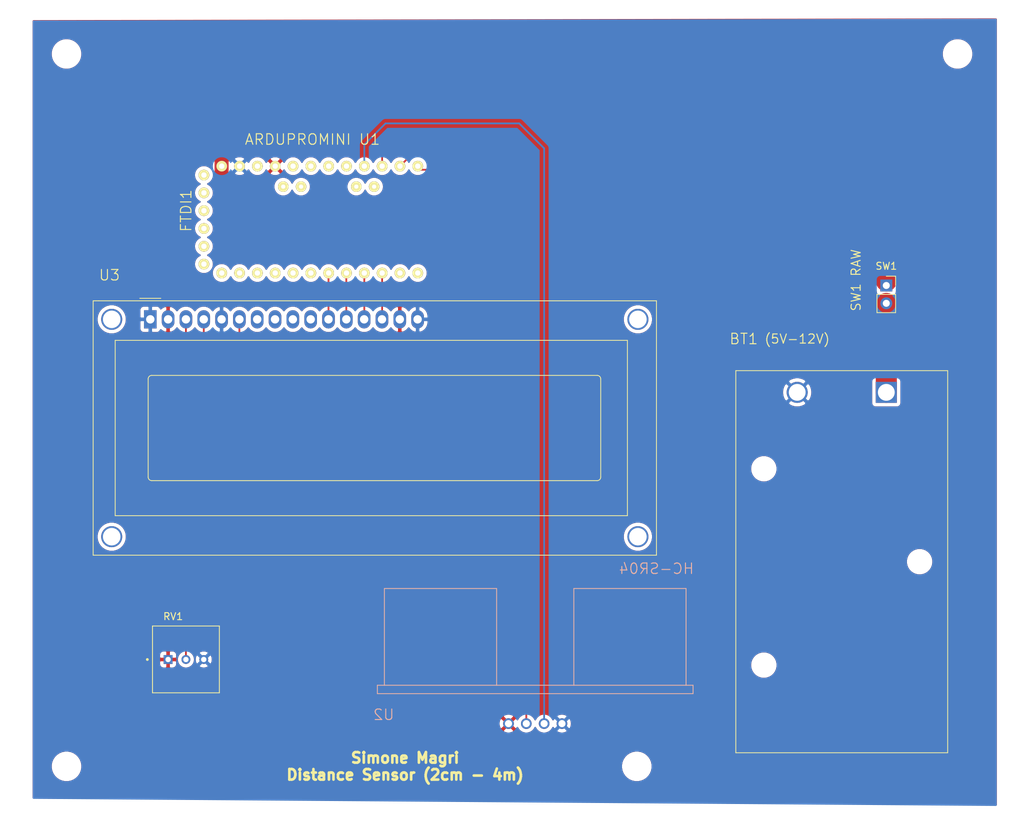
<source format=kicad_pcb>
(kicad_pcb (version 20171130) (host pcbnew 5.1.10-88a1d61d58~88~ubuntu18.04.1)

  (general
    (thickness 1.6)
    (drawings 5)
    (tracks 73)
    (zones 0)
    (modules 10)
    (nets 36)
  )

  (page A4)
  (title_block
    (title "Ultrasonic Distance Sensor (2cm - 4m) with LCD readout")
    (rev 1.0)
    (comment 4 "Author: Simone Magri")
  )

  (layers
    (0 F.Cu signal)
    (31 B.Cu signal)
    (32 B.Adhes user)
    (33 F.Adhes user)
    (34 B.Paste user)
    (35 F.Paste user)
    (36 B.SilkS user)
    (37 F.SilkS user)
    (38 B.Mask user)
    (39 F.Mask user)
    (40 Dwgs.User user)
    (41 Cmts.User user)
    (42 Eco1.User user)
    (43 Eco2.User user)
    (44 Edge.Cuts user)
    (45 Margin user)
    (46 B.CrtYd user)
    (47 F.CrtYd user)
    (48 B.Fab user)
    (49 F.Fab user)
  )

  (setup
    (last_trace_width 0.25)
    (user_trace_width 0.254)
    (user_trace_width 2)
    (user_trace_width 2.54)
    (user_trace_width 3)
    (user_trace_width 5)
    (user_trace_width 7)
    (user_trace_width 10)
    (trace_clearance 0.2)
    (zone_clearance 0.508)
    (zone_45_only no)
    (trace_min 0.2)
    (via_size 0.8)
    (via_drill 0.4)
    (via_min_size 0.4)
    (via_min_drill 0.3)
    (uvia_size 0.3)
    (uvia_drill 0.1)
    (uvias_allowed no)
    (uvia_min_size 0.2)
    (uvia_min_drill 0.1)
    (edge_width 0.05)
    (segment_width 0.2)
    (pcb_text_width 0.3)
    (pcb_text_size 1.5 1.5)
    (mod_edge_width 0.12)
    (mod_text_size 1 1)
    (mod_text_width 0.15)
    (pad_size 1.524 1.524)
    (pad_drill 0.762)
    (pad_to_mask_clearance 0)
    (aux_axis_origin 0 0)
    (visible_elements FFFFFF7F)
    (pcbplotparams
      (layerselection 0x010fc_ffffffff)
      (usegerberextensions false)
      (usegerberattributes true)
      (usegerberadvancedattributes true)
      (creategerberjobfile true)
      (excludeedgelayer true)
      (linewidth 0.100000)
      (plotframeref false)
      (viasonmask false)
      (mode 1)
      (useauxorigin false)
      (hpglpennumber 1)
      (hpglpenspeed 20)
      (hpglpendiameter 15.000000)
      (psnegative false)
      (psa4output false)
      (plotreference true)
      (plotvalue true)
      (plotinvisibletext false)
      (padsonsilk false)
      (subtractmaskfromsilk false)
      (outputformat 1)
      (mirror false)
      (drillshape 0)
      (scaleselection 1)
      (outputdirectory "gerber/"))
  )

  (net 0 "")
  (net 1 "Net-(BT1-Pad1)")
  (net 2 "Net-(FTDI1-Pad1)")
  (net 3 "Net-(FTDI1-Pad2)")
  (net 4 "Net-(FTDI1-Pad3)")
  (net 5 "Net-(FTDI1-Pad4)")
  (net 6 "Net-(FTDI1-Pad6)")
  (net 7 "Net-(FTDI1-Pad7)")
  (net 8 "Net-(FTDI1-Pad8)")
  (net 9 "Net-(FTDI1-Pad9)")
  (net 10 "Net-(FTDI1-Pad10)")
  (net 11 "Net-(FTDI1-Pad11)")
  (net 12 "Net-(FTDI1-Pad12)")
  (net 13 "Net-(FTDI1-Pad13)")
  (net 14 "Net-(FTDI1-Pad14)")
  (net 15 "Net-(FTDI1-Pad15)")
  (net 16 "Net-(FTDI1-Pad16)")
  (net 17 "Net-(FTDI1-Pad17)")
  (net 18 "Net-(FTDI1-Pad18)")
  (net 19 "Net-(FTDI1-Pad19)")
  (net 20 "Net-(FTDI1-Pad21)")
  (net 21 "Net-(FTDI1-Pad23)")
  (net 22 "Net-(FTDI1-Pad24)")
  (net 23 "Net-(FTDI1-Pad25)")
  (net 24 "Net-(FTDI1-Pad26)")
  (net 25 "Net-(FTDI1-Pad27)")
  (net 26 "Net-(FTDI1-Pad28)")
  (net 27 "Net-(FTDI1-Pad29)")
  (net 28 "Net-(FTDI1-Pad30)")
  (net 29 "Net-(RV1-Pad2)")
  (net 30 "Net-(U3-Pad7)")
  (net 31 "Net-(U3-Pad8)")
  (net 32 "Net-(U3-Pad9)")
  (net 33 "Net-(U3-Pad10)")
  (net 34 VCC)
  (net 35 GND)

  (net_class Default "This is the default net class."
    (clearance 0.2)
    (trace_width 0.25)
    (via_dia 0.8)
    (via_drill 0.4)
    (uvia_dia 0.3)
    (uvia_drill 0.1)
    (add_net GND)
    (add_net "Net-(BT1-Pad1)")
    (add_net "Net-(FTDI1-Pad1)")
    (add_net "Net-(FTDI1-Pad10)")
    (add_net "Net-(FTDI1-Pad11)")
    (add_net "Net-(FTDI1-Pad12)")
    (add_net "Net-(FTDI1-Pad13)")
    (add_net "Net-(FTDI1-Pad14)")
    (add_net "Net-(FTDI1-Pad15)")
    (add_net "Net-(FTDI1-Pad16)")
    (add_net "Net-(FTDI1-Pad17)")
    (add_net "Net-(FTDI1-Pad18)")
    (add_net "Net-(FTDI1-Pad19)")
    (add_net "Net-(FTDI1-Pad2)")
    (add_net "Net-(FTDI1-Pad21)")
    (add_net "Net-(FTDI1-Pad23)")
    (add_net "Net-(FTDI1-Pad24)")
    (add_net "Net-(FTDI1-Pad25)")
    (add_net "Net-(FTDI1-Pad26)")
    (add_net "Net-(FTDI1-Pad27)")
    (add_net "Net-(FTDI1-Pad28)")
    (add_net "Net-(FTDI1-Pad29)")
    (add_net "Net-(FTDI1-Pad3)")
    (add_net "Net-(FTDI1-Pad30)")
    (add_net "Net-(FTDI1-Pad4)")
    (add_net "Net-(FTDI1-Pad6)")
    (add_net "Net-(FTDI1-Pad7)")
    (add_net "Net-(FTDI1-Pad8)")
    (add_net "Net-(FTDI1-Pad9)")
    (add_net "Net-(RV1-Pad2)")
    (add_net "Net-(U3-Pad10)")
    (add_net "Net-(U3-Pad7)")
    (add_net "Net-(U3-Pad8)")
    (add_net "Net-(U3-Pad9)")
    (add_net VCC)
  )

  (module SnapEDA:TRIM_COM-09806 (layer F.Cu) (tedit 61208CF1) (tstamp 6195F135)
    (at 110.998 134.62)
    (path /5EB46A0B)
    (fp_text reference RV1 (at -1.825 -6.135) (layer F.SilkS)
      (effects (font (size 1 1) (thickness 0.15)))
    )
    (fp_text value "(5ohm)" (at 3.89 6.135) (layer F.Fab)
      (effects (font (size 1 1) (thickness 0.15)))
    )
    (fp_line (start -4.765 -4.78) (end 4.765 -4.78) (layer F.Fab) (width 0.127))
    (fp_line (start 4.765 -4.78) (end 4.765 4.75) (layer F.Fab) (width 0.127))
    (fp_line (start 4.765 4.75) (end -4.765 4.75) (layer F.Fab) (width 0.127))
    (fp_line (start -4.765 4.75) (end -4.765 -4.78) (layer F.Fab) (width 0.127))
    (fp_line (start -4.765 -4.78) (end -4.765 4.75) (layer F.SilkS) (width 0.127))
    (fp_line (start -4.765 4.75) (end 4.765 4.75) (layer F.SilkS) (width 0.127))
    (fp_line (start 4.765 4.75) (end 4.765 -4.78) (layer F.SilkS) (width 0.127))
    (fp_line (start 4.765 -4.78) (end -4.765 -4.78) (layer F.SilkS) (width 0.127))
    (fp_circle (center -5.5 0) (end -5.4 0) (layer F.SilkS) (width 0.2))
    (fp_circle (center -5.5 0) (end -5.4 0) (layer F.Fab) (width 0.2))
    (fp_line (start -5.015 5) (end -5.015 -5.03) (layer F.CrtYd) (width 0.05))
    (fp_line (start -5.015 -5.03) (end 5.015 -5.03) (layer F.CrtYd) (width 0.05))
    (fp_line (start 5.015 -5.03) (end 5.015 5) (layer F.CrtYd) (width 0.05))
    (fp_line (start 5.015 5) (end -5.015 5) (layer F.CrtYd) (width 0.05))
    (pad 1 thru_hole rect (at -2.54 0) (size 1.268 1.268) (drill 0.76) (layers *.Cu *.Mask)
      (net 34 VCC))
    (pad 2 thru_hole circle (at 0 0) (size 1.268 1.268) (drill 0.76) (layers *.Cu *.Mask)
      (net 29 "Net-(RV1-Pad2)"))
    (pad 3 thru_hole circle (at 2.54 0) (size 1.268 1.268) (drill 0.76) (layers *.Cu *.Mask)
      (net 35 GND))
  )

  (module Display:WC1602A (layer F.Cu) (tedit 5A02FE80) (tstamp 6195E8A4)
    (at 105.918 86.106)
    (descr "LCD 16x2 http://www.wincomlcd.com/pdf/WC1602A-SFYLYHTC06.pdf")
    (tags "LCD 16x2 Alphanumeric 16pin")
    (path /5EA7D66F)
    (fp_text reference U3 (at -5.82 -6.2992) (layer F.SilkS)
      (effects (font (size 1.5 1.5) (thickness 0.15)))
    )
    (fp_text value RC1602A (at -4.31 34.66) (layer F.Fab)
      (effects (font (size 1 1) (thickness 0.15)))
    )
    (fp_line (start -8 33.5) (end -8 -2.5) (layer F.Fab) (width 0.1))
    (fp_line (start 72 33.5) (end -8 33.5) (layer F.Fab) (width 0.1))
    (fp_line (start 72 -2.5) (end 72 33.5) (layer F.Fab) (width 0.1))
    (fp_line (start 1 -2.5) (end 72 -2.5) (layer F.Fab) (width 0.1))
    (fp_line (start -5 28) (end -5 3) (layer F.SilkS) (width 0.12))
    (fp_line (start 68 28) (end -5 28) (layer F.SilkS) (width 0.12))
    (fp_line (start 68 3) (end 68 28) (layer F.SilkS) (width 0.12))
    (fp_line (start -5 3) (end 68 3) (layer F.SilkS) (width 0.12))
    (fp_line (start 64.2 8.5) (end 64.2 22.5) (layer F.SilkS) (width 0.12))
    (fp_line (start 63.70066 23) (end 0.2 23) (layer F.SilkS) (width 0.12))
    (fp_line (start -0.29972 22.49932) (end -0.29972 8.5) (layer F.SilkS) (width 0.12))
    (fp_line (start 0.2 8) (end 63.7 8) (layer F.SilkS) (width 0.12))
    (fp_line (start -1 -2.5) (end -8 -2.5) (layer F.Fab) (width 0.1))
    (fp_line (start 0 -1.5) (end -1 -2.5) (layer F.Fab) (width 0.1))
    (fp_line (start 1 -2.5) (end 0 -1.5) (layer F.Fab) (width 0.1))
    (fp_line (start -8.25 -2.75) (end 72.25 -2.75) (layer F.CrtYd) (width 0.05))
    (fp_line (start -1.5 -3) (end 1.5 -3) (layer F.SilkS) (width 0.12))
    (fp_line (start 72.25 -2.75) (end 72.25 33.75) (layer F.CrtYd) (width 0.05))
    (fp_line (start -8.25 33.75) (end 72.25 33.75) (layer F.CrtYd) (width 0.05))
    (fp_line (start -8.25 -2.75) (end -8.25 33.75) (layer F.CrtYd) (width 0.05))
    (fp_line (start -8.13 -2.64) (end -7.34 -2.64) (layer F.SilkS) (width 0.12))
    (fp_line (start -8.14 -2.64) (end -8.14 33.64) (layer F.SilkS) (width 0.12))
    (fp_line (start 72.14 -2.64) (end -7.34 -2.64) (layer F.SilkS) (width 0.12))
    (fp_line (start 72.14 33.64) (end 72.14 -2.64) (layer F.SilkS) (width 0.12))
    (fp_line (start -8.14 33.64) (end 72.14 33.64) (layer F.SilkS) (width 0.12))
    (fp_text user %R (at 30.37 14.74) (layer F.Fab)
      (effects (font (size 1 1) (thickness 0.1)))
    )
    (fp_arc (start 63.7 8.5) (end 63.7 8) (angle 90) (layer F.SilkS) (width 0.12))
    (fp_arc (start 63.70066 22.49932) (end 64.20104 22.49932) (angle 90) (layer F.SilkS) (width 0.12))
    (fp_arc (start 0.20066 22.49932) (end 0.20066 22.9997) (angle 90) (layer F.SilkS) (width 0.12))
    (fp_arc (start 0.20066 8.49884) (end -0.29972 8.49884) (angle 90) (layer F.SilkS) (width 0.12))
    (pad 1 thru_hole rect (at 0 0) (size 1.8 2.6) (drill 1.2) (layers *.Cu *.Mask)
      (net 35 GND))
    (pad 2 thru_hole oval (at 2.54 0) (size 1.8 2.6) (drill 1.2) (layers *.Cu *.Mask)
      (net 34 VCC))
    (pad 3 thru_hole oval (at 5.08 0) (size 1.8 2.6) (drill 1.2) (layers *.Cu *.Mask)
      (net 29 "Net-(RV1-Pad2)"))
    (pad 4 thru_hole oval (at 7.62 0) (size 1.8 2.6) (drill 1.2) (layers *.Cu *.Mask)
      (net 27 "Net-(FTDI1-Pad29)"))
    (pad 5 thru_hole oval (at 10.16 0) (size 1.8 2.6) (drill 1.2) (layers *.Cu *.Mask)
      (net 35 GND))
    (pad 6 thru_hole oval (at 12.7 0) (size 1.8 2.6) (drill 1.2) (layers *.Cu *.Mask)
      (net 28 "Net-(FTDI1-Pad30)"))
    (pad 7 thru_hole oval (at 15.24 0) (size 1.8 2.6) (drill 1.2) (layers *.Cu *.Mask)
      (net 30 "Net-(U3-Pad7)"))
    (pad 8 thru_hole oval (at 17.78 0) (size 1.8 2.6) (drill 1.2) (layers *.Cu *.Mask)
      (net 31 "Net-(U3-Pad8)"))
    (pad 9 thru_hole oval (at 20.32 0) (size 1.8 2.6) (drill 1.2) (layers *.Cu *.Mask)
      (net 32 "Net-(U3-Pad9)"))
    (pad 10 thru_hole oval (at 22.86 0) (size 1.8 2.6) (drill 1.2) (layers *.Cu *.Mask)
      (net 33 "Net-(U3-Pad10)"))
    (pad 11 thru_hole oval (at 25.4 0) (size 1.8 2.6) (drill 1.2) (layers *.Cu *.Mask)
      (net 13 "Net-(FTDI1-Pad13)"))
    (pad 12 thru_hole oval (at 27.94 0) (size 1.8 2.6) (drill 1.2) (layers *.Cu *.Mask)
      (net 14 "Net-(FTDI1-Pad14)"))
    (pad 13 thru_hole oval (at 30.48 0) (size 1.8 2.6) (drill 1.2) (layers *.Cu *.Mask)
      (net 15 "Net-(FTDI1-Pad15)"))
    (pad 14 thru_hole oval (at 33.02 0) (size 1.8 2.6) (drill 1.2) (layers *.Cu *.Mask)
      (net 16 "Net-(FTDI1-Pad16)"))
    (pad 15 thru_hole oval (at 35.56 0) (size 1.8 2.6) (drill 1.2) (layers *.Cu *.Mask)
      (net 34 VCC))
    (pad 16 thru_hole oval (at 38.1 0) (size 1.8 2.6) (drill 1.2) (layers *.Cu *.Mask)
      (net 35 GND))
    (pad "" thru_hole circle (at -5.4991 0) (size 3 3) (drill 2.5) (layers *.Cu *.Mask))
    (pad "" thru_hole circle (at -5.4991 31.0007) (size 3 3) (drill 2.5) (layers *.Cu *.Mask))
    (pad "" thru_hole circle (at 69.49948 31.0007) (size 3 3) (drill 2.5) (layers *.Cu *.Mask))
    (pad "" thru_hole circle (at 69.5 0) (size 3 3) (drill 2.5) (layers *.Cu *.Mask))
    (model ${KISYS3DMOD}/Display.3dshapes/WC1602A.wrl
      (at (xyz 0 0 0))
      (scale (xyz 1 1 1))
      (rotate (xyz 0 0 0))
    )
  )

  (module XCVR_HC_SR04:XCVR_HC-SR04 (layer B.Cu) (tedit 5EAF9BFA) (tstamp 6195DDD0)
    (at 160.782 143.764)
    (path /5EAFAC5C)
    (fp_text reference U2 (at -21.59 -1.27) (layer B.SilkS)
      (effects (font (size 1.5 1.5) (thickness 0.15)) (justify mirror))
    )
    (fp_text value HC-SR04 (at 17.272 -22.098) (layer B.SilkS)
      (effects (font (size 1.5 1.5) (thickness 0.15)) (justify mirror))
    )
    (fp_line (start -5 -4) (end -22.75 -4) (layer B.CrtYd) (width 0.05))
    (fp_line (start -5 1.25) (end -5 -4) (layer B.CrtYd) (width 0.05))
    (fp_line (start 5 1.25) (end -5 1.25) (layer B.CrtYd) (width 0.05))
    (fp_line (start 5 -4) (end 5 1.25) (layer B.CrtYd) (width 0.05))
    (fp_line (start 22.75 -4) (end 5 -4) (layer B.CrtYd) (width 0.05))
    (fp_line (start 22.75 -19.5) (end 22.75 -4) (layer B.CrtYd) (width 0.05))
    (fp_line (start -22.75 -19.5) (end 22.75 -19.5) (layer B.CrtYd) (width 0.05))
    (fp_line (start -22.75 -4) (end -22.75 -19.5) (layer B.CrtYd) (width 0.05))
    (fp_line (start 5.5 -5.47) (end 5.5 -19.27) (layer B.SilkS) (width 0.127))
    (fp_line (start -5.5 -5.47) (end -5.5 -19.27) (layer B.SilkS) (width 0.127))
    (fp_line (start 21.5 -5.47) (end 21.5 -19.27) (layer B.SilkS) (width 0.127))
    (fp_line (start -21.5 -5.47) (end -21.5 -19.27) (layer B.SilkS) (width 0.127))
    (fp_line (start 22.5 -4.27) (end 22.5 -5.47) (layer B.SilkS) (width 0.127))
    (fp_line (start -22.5 -4.27) (end 22.5 -4.27) (layer B.SilkS) (width 0.127))
    (fp_line (start -22.5 -5.47) (end -22.5 -4.27) (layer B.SilkS) (width 0.127))
    (fp_line (start -21.5 -5.47) (end -22.5 -5.47) (layer B.SilkS) (width 0.127))
    (fp_line (start -5.5 -5.47) (end -21.5 -5.47) (layer B.SilkS) (width 0.127))
    (fp_line (start 5.5 -5.47) (end -5.5 -5.47) (layer B.SilkS) (width 0.127))
    (fp_line (start 21.5 -5.47) (end 5.5 -5.47) (layer B.SilkS) (width 0.127))
    (fp_line (start 22.5 -5.47) (end 21.5 -5.47) (layer B.SilkS) (width 0.127))
    (fp_line (start 5.5 -19.27) (end 21.5 -19.27) (layer B.SilkS) (width 0.127))
    (fp_line (start -21.5 -19.27) (end -5.5 -19.27) (layer B.SilkS) (width 0.127))
    (pad 2 thru_hole circle (at -1.27 0) (size 1.53 1.53) (drill 1.02) (layers *.Cu *.Mask)
      (net 26 "Net-(FTDI1-Pad28)"))
    (pad 3 thru_hole circle (at 1.27 0) (size 1.53 1.53) (drill 1.02) (layers *.Cu *.Mask)
      (net 25 "Net-(FTDI1-Pad27)"))
    (pad 4 thru_hole circle (at 3.81 0) (size 1.53 1.53) (drill 1.02) (layers *.Cu *.Mask)
      (net 35 GND))
    (pad 1 thru_hole circle (at -3.81 0) (size 1.53 1.53) (drill 1.02) (layers *.Cu *.Mask)
      (net 34 VCC))
  )

  (module MountingHole:MountingHole_3.2mm_M3 (layer F.Cu) (tedit 56D1B4CB) (tstamp 610E2241)
    (at 175.26 149.86)
    (descr "Mounting Hole 3.2mm, no annular, M3")
    (tags "mounting hole 3.2mm no annular m3")
    (attr virtual)
    (fp_text reference REF** (at 0 -4.2) (layer F.SilkS) hide
      (effects (font (size 1 1) (thickness 0.15)))
    )
    (fp_text value MountingHole_3.2mm_M3 (at 0 4.2) (layer F.Fab)
      (effects (font (size 1 1) (thickness 0.15)))
    )
    (fp_circle (center 0 0) (end 3.2 0) (layer Cmts.User) (width 0.15))
    (fp_circle (center 0 0) (end 3.45 0) (layer F.CrtYd) (width 0.05))
    (fp_text user %R (at 0.3 0) (layer F.Fab)
      (effects (font (size 1 1) (thickness 0.15)))
    )
    (pad 1 np_thru_hole circle (at 0 0) (size 3.2 3.2) (drill 3.2) (layers *.Cu *.Mask))
  )

  (module MountingHole:MountingHole_3.2mm_M3 (layer F.Cu) (tedit 56D1B4CB) (tstamp 610E2224)
    (at 93.98 48.26)
    (descr "Mounting Hole 3.2mm, no annular, M3")
    (tags "mounting hole 3.2mm no annular m3")
    (attr virtual)
    (fp_text reference REF** (at 0 -4.2) (layer F.SilkS) hide
      (effects (font (size 1 1) (thickness 0.15)))
    )
    (fp_text value MountingHole_3.2mm_M3 (at 0 4.2) (layer F.Fab)
      (effects (font (size 1 1) (thickness 0.15)))
    )
    (fp_circle (center 0 0) (end 3.2 0) (layer Cmts.User) (width 0.15))
    (fp_circle (center 0 0) (end 3.45 0) (layer F.CrtYd) (width 0.05))
    (fp_text user %R (at 0.3 0) (layer F.Fab)
      (effects (font (size 1 1) (thickness 0.15)))
    )
    (pad 1 np_thru_hole circle (at 0 0) (size 3.2 3.2) (drill 3.2) (layers *.Cu *.Mask))
  )

  (module MountingHole:MountingHole_3.2mm_M3 (layer F.Cu) (tedit 56D1B4CB) (tstamp 610E2207)
    (at 220.98 48.26)
    (descr "Mounting Hole 3.2mm, no annular, M3")
    (tags "mounting hole 3.2mm no annular m3")
    (attr virtual)
    (fp_text reference REF** (at 0 -4.2) (layer F.SilkS) hide
      (effects (font (size 1 1) (thickness 0.15)))
    )
    (fp_text value MountingHole_3.2mm_M3 (at 0 4.2) (layer F.Fab)
      (effects (font (size 1 1) (thickness 0.15)))
    )
    (fp_circle (center 0 0) (end 3.2 0) (layer Cmts.User) (width 0.15))
    (fp_circle (center 0 0) (end 3.45 0) (layer F.CrtYd) (width 0.05))
    (fp_text user %R (at 0.3 0) (layer F.Fab)
      (effects (font (size 1 1) (thickness 0.15)))
    )
    (pad 1 np_thru_hole circle (at 0 0) (size 3.2 3.2) (drill 3.2) (layers *.Cu *.Mask))
  )

  (module MountingHole:MountingHole_3.2mm_M3 (layer F.Cu) (tedit 56D1B4CB) (tstamp 610E21EA)
    (at 93.98 149.86)
    (descr "Mounting Hole 3.2mm, no annular, M3")
    (tags "mounting hole 3.2mm no annular m3")
    (attr virtual)
    (fp_text reference REF** (at 1.778 -4.318) (layer F.SilkS) hide
      (effects (font (size 1 1) (thickness 0.15)))
    )
    (fp_text value MountingHole_3.2mm_M3 (at 0 4.2) (layer F.Fab)
      (effects (font (size 1 1) (thickness 0.15)))
    )
    (fp_circle (center 0 0) (end 3.2 0) (layer Cmts.User) (width 0.15))
    (fp_circle (center 0 0) (end 3.45 0) (layer F.CrtYd) (width 0.05))
    (fp_text user %R (at 0.3 0) (layer F.Fab)
      (effects (font (size 1 1) (thickness 0.15)))
    )
    (pad 1 np_thru_hole circle (at 0 0) (size 3.2 3.2) (drill 3.2) (layers *.Cu *.Mask))
  )

  (module ArduProMiniTKB:ArduProMini (layer F.Cu) (tedit 54CFF598) (tstamp 610E0E72)
    (at 109.7534 82.042 90)
    (path /5EA6518F)
    (autoplace_cost180 10)
    (fp_text reference FTDI1 (at 11.43 1.27 90) (layer F.SilkS)
      (effects (font (size 1.5 1.5) (thickness 0.15)))
    )
    (fp_text value "ARDUPROMINI U1" (at 21.59 19.2786 180) (layer F.SilkS)
      (effects (font (size 1.5 1.5) (thickness 0.15)))
    )
    (pad 1 thru_hole circle (at 3.81 3.81 90) (size 1.524 1.524) (drill 0.762) (layers *.Cu *.Mask F.SilkS)
      (net 2 "Net-(FTDI1-Pad1)"))
    (pad 2 thru_hole circle (at 6.35 3.81 90) (size 1.524 1.524) (drill 0.762) (layers *.Cu *.Mask F.SilkS)
      (net 3 "Net-(FTDI1-Pad2)"))
    (pad 3 thru_hole circle (at 8.89 3.81 90) (size 1.524 1.524) (drill 0.762) (layers *.Cu *.Mask F.SilkS)
      (net 4 "Net-(FTDI1-Pad3)"))
    (pad 4 thru_hole circle (at 11.43 3.81 90) (size 1.524 1.524) (drill 0.762) (layers *.Cu *.Mask F.SilkS)
      (net 5 "Net-(FTDI1-Pad4)"))
    (pad 5 thru_hole circle (at 13.97 3.81 90) (size 1.524 1.524) (drill 0.762) (layers *.Cu *.Mask F.SilkS))
    (pad 6 thru_hole circle (at 16.51 3.81 90) (size 1.524 1.524) (drill 0.762) (layers *.Cu *.Mask F.SilkS)
      (net 6 "Net-(FTDI1-Pad6)"))
    (pad 7 thru_hole circle (at 2.54 6.35 90) (size 1.524 1.524) (drill 0.762) (layers *.Cu *.Mask F.SilkS)
      (net 7 "Net-(FTDI1-Pad7)"))
    (pad 8 thru_hole circle (at 2.54 8.89 90) (size 1.524 1.524) (drill 0.762) (layers *.Cu *.Mask F.SilkS)
      (net 8 "Net-(FTDI1-Pad8)"))
    (pad 9 thru_hole circle (at 2.54 11.43 90) (size 1.524 1.524) (drill 0.762) (layers *.Cu *.Mask F.SilkS)
      (net 9 "Net-(FTDI1-Pad9)"))
    (pad 10 thru_hole circle (at 2.54 13.97 90) (size 1.524 1.524) (drill 0.762) (layers *.Cu *.Mask F.SilkS)
      (net 10 "Net-(FTDI1-Pad10)"))
    (pad 11 thru_hole circle (at 2.54 16.51 90) (size 1.524 1.524) (drill 0.762) (layers *.Cu *.Mask F.SilkS)
      (net 11 "Net-(FTDI1-Pad11)"))
    (pad 12 thru_hole circle (at 2.54 19.05 90) (size 1.524 1.524) (drill 0.762) (layers *.Cu *.Mask F.SilkS)
      (net 12 "Net-(FTDI1-Pad12)"))
    (pad 13 thru_hole circle (at 2.54 21.59 90) (size 1.524 1.524) (drill 0.762) (layers *.Cu *.Mask F.SilkS)
      (net 13 "Net-(FTDI1-Pad13)"))
    (pad 14 thru_hole circle (at 2.54 24.13 90) (size 1.524 1.524) (drill 0.762) (layers *.Cu *.Mask F.SilkS)
      (net 14 "Net-(FTDI1-Pad14)"))
    (pad 15 thru_hole circle (at 2.54 26.67 90) (size 1.524 1.524) (drill 0.762) (layers *.Cu *.Mask F.SilkS)
      (net 15 "Net-(FTDI1-Pad15)"))
    (pad 16 thru_hole circle (at 2.54 29.21 90) (size 1.524 1.524) (drill 0.762) (layers *.Cu *.Mask F.SilkS)
      (net 16 "Net-(FTDI1-Pad16)"))
    (pad 17 thru_hole circle (at 2.54 31.75 90) (size 1.524 1.524) (drill 0.762) (layers *.Cu *.Mask F.SilkS)
      (net 17 "Net-(FTDI1-Pad17)"))
    (pad 18 thru_hole circle (at 2.54 34.29 90) (size 1.524 1.524) (drill 0.762) (layers *.Cu *.Mask F.SilkS)
      (net 18 "Net-(FTDI1-Pad18)"))
    (pad 19 thru_hole circle (at 17.78 6.35 90) (size 1.524 1.524) (drill 0.762) (layers *.Cu *.Mask F.SilkS)
      (net 19 "Net-(FTDI1-Pad19)"))
    (pad 20 thru_hole circle (at 17.78 8.89 90) (size 1.524 1.524) (drill 0.762) (layers *.Cu *.Mask F.SilkS)
      (net 35 GND))
    (pad 21 thru_hole circle (at 17.78 11.43 90) (size 1.524 1.524) (drill 0.762) (layers *.Cu *.Mask F.SilkS)
      (net 20 "Net-(FTDI1-Pad21)"))
    (pad 22 thru_hole circle (at 17.78 13.97 90) (size 1.524 1.524) (drill 0.762) (layers *.Cu *.Mask F.SilkS)
      (net 34 VCC))
    (pad 23 thru_hole circle (at 17.78 16.51 90) (size 1.524 1.524) (drill 0.762) (layers *.Cu *.Mask F.SilkS)
      (net 21 "Net-(FTDI1-Pad23)"))
    (pad 24 thru_hole circle (at 17.78 19.05 90) (size 1.524 1.524) (drill 0.762) (layers *.Cu *.Mask F.SilkS)
      (net 22 "Net-(FTDI1-Pad24)"))
    (pad 25 thru_hole circle (at 17.78 21.59 90) (size 1.524 1.524) (drill 0.762) (layers *.Cu *.Mask F.SilkS)
      (net 23 "Net-(FTDI1-Pad25)"))
    (pad 26 thru_hole circle (at 17.78 24.13 90) (size 1.524 1.524) (drill 0.762) (layers *.Cu *.Mask F.SilkS)
      (net 24 "Net-(FTDI1-Pad26)"))
    (pad 27 thru_hole circle (at 17.78 26.67 90) (size 1.524 1.524) (drill 0.762) (layers *.Cu *.Mask F.SilkS)
      (net 25 "Net-(FTDI1-Pad27)"))
    (pad 28 thru_hole circle (at 17.78 29.21 90) (size 1.524 1.524) (drill 0.762) (layers *.Cu *.Mask F.SilkS)
      (net 26 "Net-(FTDI1-Pad28)"))
    (pad 29 thru_hole circle (at 17.78 31.75 90) (size 1.524 1.524) (drill 0.762) (layers *.Cu *.Mask F.SilkS)
      (net 27 "Net-(FTDI1-Pad29)"))
    (pad 30 thru_hole circle (at 17.78 34.29 90) (size 1.524 1.524) (drill 0.762) (layers *.Cu *.Mask F.SilkS)
      (net 28 "Net-(FTDI1-Pad30)"))
    (pad 31 thru_hole circle (at 14.859 15.113 90) (size 1.5 1.5) (drill 0.6) (layers *.Cu *.Mask F.SilkS))
    (pad 32 thru_hole circle (at 14.859 17.653 90) (size 1.5 1.5) (drill 0.6) (layers *.Cu *.Mask F.SilkS))
    (pad 34 thru_hole circle (at 14.859 25.527 90) (size 1.5 1.5) (drill 0.6) (layers *.Cu *.Mask F.SilkS))
    (pad 35 thru_hole circle (at 14.859 28.067 90) (size 1.5 1.5) (drill 0.6) (layers *.Cu *.Mask F.SilkS))
  )

  (module Battery:BatteryHolder_Eagle_12BH611-GR (layer F.Cu) (tedit 5F4B6D66) (tstamp 610BBE24)
    (at 210.82 96.52 90)
    (descr https://eu.mouser.com/datasheet/2/209/EPD-200766-1274481.pdf)
    (tags "9V Battery Holder")
    (path /5EB40D5F)
    (fp_text reference BT1 (at 7.62 -20.32 180) (layer F.SilkS)
      (effects (font (size 1.5 1.5) (thickness 0.15)))
    )
    (fp_text value "(5V-12V)" (at 7.62 -12.7 180) (layer F.SilkS)
      (effects (font (size 1.3 1.3) (thickness 0.15)))
    )
    (fp_line (start 3.1 -21.45) (end 3.1 8.75) (layer F.Fab) (width 0.1))
    (fp_line (start 3.1 8.75) (end -51.4 8.75) (layer F.Fab) (width 0.1))
    (fp_line (start -51.4 -21.45) (end 3.1 -21.45) (layer F.Fab) (width 0.1))
    (fp_line (start -51.4 8.75) (end -51.4 -21.45) (layer F.Fab) (width 0.1))
    (fp_line (start -47 2.65) (end -47 -15.35) (layer F.Fab) (width 0.1))
    (fp_line (start -48 2.65) (end -48 -15.35) (layer F.Fab) (width 0.1))
    (fp_line (start -49 2.65) (end -49 -15.35) (layer F.Fab) (width 0.1))
    (fp_line (start -50 2.65) (end -50 -15.35) (layer F.Fab) (width 0.1))
    (fp_line (start -51.4 2.65) (end -47 2.65) (layer F.Fab) (width 0.1))
    (fp_line (start -51.4 -15.35) (end -47 -15.35) (layer F.Fab) (width 0.1))
    (fp_line (start -27 6.65) (end -27 8.75) (layer F.Fab) (width 0.1))
    (fp_line (start -2 6.65) (end -27 6.65) (layer F.Fab) (width 0.1))
    (fp_line (start -27 -19.35) (end -27 -21.45) (layer F.Fab) (width 0.1))
    (fp_line (start -2 -19.35) (end -27 -19.35) (layer F.Fab) (width 0.1))
    (fp_line (start -2 2.05) (end -4 2.05) (layer F.Fab) (width 0.1))
    (fp_line (start -4 2.55) (end -2 2.55) (layer F.Fab) (width 0.1))
    (fp_line (start -2 -2.55) (end -4 -2.55) (layer F.Fab) (width 0.1))
    (fp_line (start -4 -2.05) (end -2 -2.05) (layer F.Fab) (width 0.1))
    (fp_line (start -4 0.25) (end -2 0.25) (layer F.Fab) (width 0.1))
    (fp_line (start -4 -2.55) (end -4 2.55) (layer F.Fab) (width 0.1))
    (fp_line (start -2 -0.25) (end -4 -0.25) (layer F.Fab) (width 0.1))
    (fp_line (start -4 -10.65) (end -2 -10.65) (layer F.Fab) (width 0.1))
    (fp_line (start -4 -14.75) (end -4 -10.65) (layer F.Fab) (width 0.1))
    (fp_line (start -2 -14.75) (end -4 -14.75) (layer F.Fab) (width 0.1))
    (fp_line (start -2 -21.45) (end -2 8.75) (layer F.Fab) (width 0.1))
    (fp_line (start 1.85 8.75) (end 1.85 -21.45) (layer F.Fab) (width 0.1))
    (fp_line (start -51.9 9.25) (end -51.9 -21.95) (layer F.CrtYd) (width 0.05))
    (fp_line (start 3.6 9.25) (end -51.9 9.25) (layer F.CrtYd) (width 0.05))
    (fp_line (start 3.6 -21.95) (end 3.6 9.25) (layer F.CrtYd) (width 0.05))
    (fp_line (start -51.9 -21.95) (end 3.6 -21.95) (layer F.CrtYd) (width 0.05))
    (fp_line (start -51.4 8.75) (end -51.4 -21.45) (layer F.SilkS) (width 0.12))
    (fp_line (start 3.1 8.75) (end -51.4 8.75) (layer F.SilkS) (width 0.12))
    (fp_line (start 3.1 -21.45) (end 3.1 8.75) (layer F.SilkS) (width 0.12))
    (fp_line (start -51.4 -21.45) (end 3.1 -21.45) (layer F.SilkS) (width 0.12))
    (fp_text user + (at -7 0 90) (layer F.Fab)
      (effects (font (size 3 3) (thickness 0.45)))
    )
    (fp_text user - (at -7 -12.7 90) (layer F.Fab)
      (effects (font (size 3 3) (thickness 0.45)))
    )
    (fp_text user %R (at -39.624 0.508 270) (layer F.Fab)
      (effects (font (size 1 1) (thickness 0.15)))
    )
    (pad 2 thru_hole circle (at 0 -12.7 90) (size 3 3) (drill 2.4) (layers *.Cu *.Mask)
      (net 35 GND))
    (pad 1 thru_hole rect (at 0 0 90) (size 3 3) (drill 2.4) (layers *.Cu *.Mask)
      (net 1 "Net-(BT1-Pad1)"))
    (pad "" np_thru_hole circle (at -10.9 -17.45 90) (size 2.6 2.6) (drill 2.6) (layers *.Cu *.Mask))
    (pad "" np_thru_hole circle (at -38.9 -17.45 90) (size 2.6 2.6) (drill 2.6) (layers *.Cu *.Mask))
    (pad "" np_thru_hole circle (at -24.15 4.75 90) (size 2.6 2.6) (drill 2.6) (layers *.Cu *.Mask))
    (model ${KISYS3DMOD}/Battery.3dshapes/BatteryHolder_Eagle_12BH611-GR.wrl
      (at (xyz 0 0 0))
      (scale (xyz 1 1 1))
      (rotate (xyz 0 0 0))
    )
  )

  (module Connector_PinSocket_2.54mm:PinSocket_1x02_P2.54mm_Vertical (layer F.Cu) (tedit 5A19A420) (tstamp 610BBEF6)
    (at 210.82 81.28)
    (descr "Through hole straight socket strip, 1x02, 2.54mm pitch, single row (from Kicad 4.0.7), script generated")
    (tags "Through hole socket strip THT 1x02 2.54mm single row")
    (path /5EB06903)
    (fp_text reference SW1 (at 0 -2.77) (layer F.SilkS)
      (effects (font (size 1 1) (thickness 0.15)))
    )
    (fp_text value SW_SPST (at 0.508 9.398 90) (layer F.Fab)
      (effects (font (size 1 1) (thickness 0.15)))
    )
    (fp_line (start -1.8 4.3) (end -1.8 -1.8) (layer F.CrtYd) (width 0.05))
    (fp_line (start 1.75 4.3) (end -1.8 4.3) (layer F.CrtYd) (width 0.05))
    (fp_line (start 1.75 -1.8) (end 1.75 4.3) (layer F.CrtYd) (width 0.05))
    (fp_line (start -1.8 -1.8) (end 1.75 -1.8) (layer F.CrtYd) (width 0.05))
    (fp_line (start 0 -1.33) (end 1.33 -1.33) (layer F.SilkS) (width 0.12))
    (fp_line (start 1.33 -1.33) (end 1.33 0) (layer F.SilkS) (width 0.12))
    (fp_line (start 1.33 1.27) (end 1.33 3.87) (layer F.SilkS) (width 0.12))
    (fp_line (start -1.33 3.87) (end 1.33 3.87) (layer F.SilkS) (width 0.12))
    (fp_line (start -1.33 1.27) (end -1.33 3.87) (layer F.SilkS) (width 0.12))
    (fp_line (start -1.33 1.27) (end 1.33 1.27) (layer F.SilkS) (width 0.12))
    (fp_line (start -1.27 3.81) (end -1.27 -1.27) (layer F.Fab) (width 0.1))
    (fp_line (start 1.27 3.81) (end -1.27 3.81) (layer F.Fab) (width 0.1))
    (fp_line (start 1.27 -0.635) (end 1.27 3.81) (layer F.Fab) (width 0.1))
    (fp_line (start 0.635 -1.27) (end 1.27 -0.635) (layer F.Fab) (width 0.1))
    (fp_line (start -1.27 -1.27) (end 0.635 -1.27) (layer F.Fab) (width 0.1))
    (fp_text user "%R RAW" (at -4.318 -0.762 90) (layer F.SilkS)
      (effects (font (size 1.3 1.3) (thickness 0.15)))
    )
    (pad 1 thru_hole rect (at 0 0) (size 1.7 1.7) (drill 1) (layers *.Cu *.Mask)
      (net 19 "Net-(FTDI1-Pad19)"))
    (pad 2 thru_hole oval (at 0 2.54) (size 1.7 1.7) (drill 1) (layers *.Cu *.Mask)
      (net 1 "Net-(BT1-Pad1)"))
    (model ${KISYS3DMOD}/Connector_PinSocket_2.54mm.3dshapes/PinSocket_1x02_P2.54mm_Vertical.wrl
      (at (xyz 0 0 0))
      (scale (xyz 1 1 1))
      (rotate (xyz 0 0 0))
    )
  )

  (gr_text "Simone Magri\nDistance Sensor (2cm - 4m)" (at 142.24 149.86) (layer F.SilkS)
    (effects (font (size 1.5 1.5) (thickness 0.375)))
  )
  (gr_line (start 86.36 157.48) (end 86.36 40.64) (layer Dwgs.User) (width 0.15) (tstamp 610E1031))
  (gr_line (start 228.6 157.48) (end 86.36 157.48) (layer Dwgs.User) (width 0.15))
  (gr_line (start 228.6 40.64) (end 228.6 157.48) (layer Dwgs.User) (width 0.15))
  (gr_line (start 86.36 40.64) (end 228.6 40.64) (layer Dwgs.User) (width 0.15))

  (segment (start 210.82 86.868) (end 210.82 83.830001) (width 3) (layer F.Cu) (net 1))
  (segment (start 210.82 86.868) (end 212.09 88.138) (width 0.25) (layer F.Cu) (net 1))
  (segment (start 210.82 96.52) (end 210.82 86.868) (width 3) (layer F.Cu) (net 1))
  (segment (start 131.318 79.5274) (end 131.3434 79.502) (width 0.254) (layer F.Cu) (net 13))
  (segment (start 131.318 86.106) (end 131.318 79.5274) (width 0.254) (layer F.Cu) (net 13))
  (segment (start 133.858 79.5274) (end 133.8834 79.502) (width 0.254) (layer F.Cu) (net 14))
  (segment (start 133.858 86.106) (end 133.858 79.5274) (width 0.254) (layer F.Cu) (net 14))
  (segment (start 136.4234 86.0806) (end 136.398 86.106) (width 0.254) (layer F.Cu) (net 15))
  (segment (start 136.4234 79.502) (end 136.4234 86.0806) (width 0.254) (layer F.Cu) (net 15))
  (segment (start 138.9634 86.0806) (end 138.938 86.106) (width 0.254) (layer F.Cu) (net 16))
  (segment (start 138.9634 79.502) (end 138.9634 86.0806) (width 0.254) (layer F.Cu) (net 16))
  (segment (start 116.078 64.8974) (end 116.078 62.484) (width 2) (layer F.Cu) (net 19) (tstamp 610BBEA6))
  (segment (start 116.078 62.484) (end 116.078 50.292) (width 3) (layer F.Cu) (net 19))
  (segment (start 116.078 50.292) (end 117.094 49.276) (width 3) (layer F.Cu) (net 19))
  (segment (start 197.612 49.276) (end 206.756 49.276) (width 3) (layer F.Cu) (net 19))
  (segment (start 197.612 49.276) (end 201.168 49.276) (width 3) (layer F.Cu) (net 19))
  (segment (start 117.094 49.276) (end 197.612 49.276) (width 3) (layer F.Cu) (net 19))
  (segment (start 206.756 49.276) (end 210.82 53.34) (width 3) (layer F.Cu) (net 19))
  (segment (start 210.82 53.34) (end 210.82 80.629991) (width 3) (layer F.Cu) (net 19))
  (segment (start 158.496 58.166) (end 162.052 61.722) (width 0.254) (layer B.Cu) (net 25))
  (segment (start 136.4234 61.1886) (end 139.446 58.166) (width 0.25) (layer B.Cu) (net 25))
  (segment (start 136.4234 64.262) (end 136.4234 61.1886) (width 0.25) (layer B.Cu) (net 25))
  (segment (start 139.446 58.166) (end 158.496 58.166) (width 0.254) (layer B.Cu) (net 25))
  (segment (start 162.052 143.764) (end 162.052 137.922) (width 0.254) (layer B.Cu) (net 25))
  (segment (start 162.052 61.722) (end 162.052 137.922) (width 0.254) (layer B.Cu) (net 25))
  (segment (start 162.052 137.922) (end 162.052 138.938) (width 0.254) (layer B.Cu) (net 25))
  (segment (start 138.9634 64.262) (end 138.9634 62.7126) (width 0.254) (layer F.Cu) (net 26))
  (segment (start 138.9634 62.7126) (end 141.224 60.452) (width 0.254) (layer F.Cu) (net 26))
  (segment (start 141.224 60.452) (end 156.972 60.452) (width 0.254) (layer F.Cu) (net 26))
  (segment (start 156.972 60.452) (end 159.512 62.992) (width 0.254) (layer F.Cu) (net 26))
  (segment (start 159.512 62.992) (end 159.512 71.628) (width 0.254) (layer F.Cu) (net 26))
  (segment (start 159.512 71.493933) (end 159.512 71.628) (width 0.254) (layer F.Cu) (net 26))
  (segment (start 159.512 143.764) (end 159.512 137.922) (width 0.254) (layer F.Cu) (net 26))
  (segment (start 159.512 71.628) (end 159.512 137.922) (width 0.254) (layer F.Cu) (net 26))
  (segment (start 159.512 137.922) (end 159.512 138.938) (width 0.254) (layer F.Cu) (net 26))
  (segment (start 115.57 106.68) (end 113.538 104.648) (width 0.254) (layer F.Cu) (net 27) (tstamp 610C9D58))
  (segment (start 149.86 106.68) (end 115.57 106.68) (width 0.254) (layer F.Cu) (net 27) (tstamp 610C9D64))
  (segment (start 151.13 105.41) (end 149.86 106.68) (width 0.254) (layer F.Cu) (net 27) (tstamp 610C9D67))
  (segment (start 151.13 67.056) (end 151.13 66.802) (width 0.254) (layer F.Cu) (net 27) (tstamp 610C9D5B))
  (segment (start 151.13 67.94359) (end 151.13 67.056) (width 0.254) (layer F.Cu) (net 27) (tstamp 610C9D61))
  (segment (start 151.13 67.94359) (end 151.13 105.41) (width 0.254) (layer F.Cu) (net 27) (tstamp 610C9D6D))
  (segment (start 113.538 101.346) (end 113.538 100.076) (width 0.254) (layer F.Cu) (net 27))
  (segment (start 113.538 104.648) (end 113.538 101.346) (width 0.254) (layer F.Cu) (net 27))
  (segment (start 151.13 65.786) (end 151.13 65.532) (width 0.254) (layer F.Cu) (net 27))
  (segment (start 151.13 65.786) (end 151.13 63.754) (width 0.254) (layer F.Cu) (net 27))
  (segment (start 151.13 67.056) (end 151.13 65.786) (width 0.254) (layer F.Cu) (net 27))
  (segment (start 151.13 63.754) (end 149.86 62.484) (width 0.254) (layer F.Cu) (net 27))
  (segment (start 143.2814 62.484) (end 141.5034 64.262) (width 0.254) (layer F.Cu) (net 27))
  (segment (start 149.86 62.484) (end 143.2814 62.484) (width 0.254) (layer F.Cu) (net 27))
  (segment (start 113.538 86.106) (end 113.538 99.822) (width 0.254) (layer F.Cu) (net 27))
  (segment (start 113.538 101.346) (end 113.538 99.822) (width 0.254) (layer F.Cu) (net 27))
  (segment (start 113.538 99.822) (end 113.538 99.1108) (width 0.254) (layer F.Cu) (net 27))
  (segment (start 113.538 99.1108) (end 113.5888 99.06) (width 0.254) (layer F.Cu) (net 27))
  (segment (start 147.32 64.77) (end 149.86 67.31) (width 0.254) (layer F.Cu) (net 28))
  (segment (start 148.59 105.41) (end 120.65 105.41) (width 0.254) (layer F.Cu) (net 28))
  (segment (start 120.65 105.41) (end 118.618 103.378) (width 0.254) (layer F.Cu) (net 28))
  (segment (start 144.0434 64.77) (end 147.32 64.77) (width 0.254) (layer F.Cu) (net 28))
  (segment (start 149.86 67.31) (end 149.86 104.14) (width 0.254) (layer F.Cu) (net 28))
  (segment (start 149.86 104.14) (end 148.59 105.41) (width 0.254) (layer F.Cu) (net 28))
  (segment (start 118.618 99.1108) (end 118.6688 99.06) (width 0.254) (layer F.Cu) (net 28))
  (segment (start 118.618 101.092) (end 118.618 100.076) (width 0.254) (layer F.Cu) (net 28))
  (segment (start 118.618 103.378) (end 118.618 101.092) (width 0.254) (layer F.Cu) (net 28))
  (segment (start 118.618 86.106) (end 118.618 99.568) (width 0.254) (layer F.Cu) (net 28))
  (segment (start 118.618 101.092) (end 118.618 99.568) (width 0.254) (layer F.Cu) (net 28))
  (segment (start 118.618 99.568) (end 118.618 99.1108) (width 0.254) (layer F.Cu) (net 28))
  (segment (start 110.998 86.106) (end 110.998 100.076) (width 0.254) (layer F.Cu) (net 29))
  (segment (start 110.998 100.076) (end 110.998 99.1108) (width 0.25) (layer F.Cu) (net 29))
  (segment (start 110.998 99.1108) (end 111.0488 99.06) (width 0.25) (layer F.Cu) (net 29))
  (segment (start 110.998 134.62) (end 110.998 126.238) (width 0.254) (layer F.Cu) (net 29))
  (segment (start 110.998 127.508) (end 110.998 126.238) (width 0.25) (layer F.Cu) (net 29))
  (segment (start 110.998 126.238) (end 110.998 100.076) (width 0.25) (layer F.Cu) (net 29))
  (segment (start 188.976 83.312) (end 188.722 83.312) (width 0.254) (layer B.Cu) (net 35))
  (segment (start 116.078 99.1108) (end 116.1288 99.06) (width 0.25) (layer B.Cu) (net 35))

  (zone (net 34) (net_name VCC) (layer F.Cu) (tstamp 6110F29A) (hatch edge 0.508)
    (connect_pads (clearance 0.508))
    (min_thickness 0.254)
    (fill yes (arc_segments 32) (thermal_gap 0.508) (thermal_bridge_width 0.508))
    (polygon
      (pts
        (xy 226.568 155.448) (xy 89.154 154.432) (xy 89.154 43.434) (xy 226.568 43.18)
      )
    )
    (filled_polygon
      (pts
        (xy 226.441 155.320057) (xy 89.281 154.305935) (xy 89.281 149.639872) (xy 91.745 149.639872) (xy 91.745 150.080128)
        (xy 91.83089 150.511925) (xy 91.999369 150.918669) (xy 92.243962 151.284729) (xy 92.555271 151.596038) (xy 92.921331 151.840631)
        (xy 93.328075 152.00911) (xy 93.759872 152.095) (xy 94.200128 152.095) (xy 94.631925 152.00911) (xy 95.038669 151.840631)
        (xy 95.404729 151.596038) (xy 95.716038 151.284729) (xy 95.960631 150.918669) (xy 96.12911 150.511925) (xy 96.215 150.080128)
        (xy 96.215 149.639872) (xy 173.025 149.639872) (xy 173.025 150.080128) (xy 173.11089 150.511925) (xy 173.279369 150.918669)
        (xy 173.523962 151.284729) (xy 173.835271 151.596038) (xy 174.201331 151.840631) (xy 174.608075 152.00911) (xy 175.039872 152.095)
        (xy 175.480128 152.095) (xy 175.911925 152.00911) (xy 176.318669 151.840631) (xy 176.684729 151.596038) (xy 176.996038 151.284729)
        (xy 177.240631 150.918669) (xy 177.40911 150.511925) (xy 177.495 150.080128) (xy 177.495 149.639872) (xy 177.40911 149.208075)
        (xy 177.240631 148.801331) (xy 176.996038 148.435271) (xy 176.684729 148.123962) (xy 176.318669 147.879369) (xy 175.911925 147.71089)
        (xy 175.480128 147.625) (xy 175.039872 147.625) (xy 174.608075 147.71089) (xy 174.201331 147.879369) (xy 173.835271 148.123962)
        (xy 173.523962 148.435271) (xy 173.279369 148.801331) (xy 173.11089 149.208075) (xy 173.025 149.639872) (xy 96.215 149.639872)
        (xy 96.12911 149.208075) (xy 95.960631 148.801331) (xy 95.716038 148.435271) (xy 95.404729 148.123962) (xy 95.038669 147.879369)
        (xy 94.631925 147.71089) (xy 94.200128 147.625) (xy 93.759872 147.625) (xy 93.328075 147.71089) (xy 92.921331 147.879369)
        (xy 92.555271 148.123962) (xy 92.243962 148.435271) (xy 91.999369 148.801331) (xy 91.83089 149.208075) (xy 91.745 149.639872)
        (xy 89.281 149.639872) (xy 89.281 144.731707) (xy 156.183898 144.731707) (xy 156.25124 144.972106) (xy 156.50078 145.089506)
        (xy 156.768427 145.155967) (xy 157.043899 145.168936) (xy 157.316607 145.127914) (xy 157.576072 145.034478) (xy 157.69276 144.972106)
        (xy 157.760102 144.731707) (xy 156.972 143.943605) (xy 156.183898 144.731707) (xy 89.281 144.731707) (xy 89.281 143.835899)
        (xy 155.567064 143.835899) (xy 155.608086 144.108607) (xy 155.701522 144.368072) (xy 155.763894 144.48476) (xy 156.004293 144.552102)
        (xy 156.792395 143.764) (xy 156.004293 142.975898) (xy 155.763894 143.04324) (xy 155.646494 143.29278) (xy 155.580033 143.560427)
        (xy 155.567064 143.835899) (xy 89.281 143.835899) (xy 89.281 142.796293) (xy 156.183898 142.796293) (xy 156.972 143.584395)
        (xy 157.760102 142.796293) (xy 157.69276 142.555894) (xy 157.44322 142.438494) (xy 157.175573 142.372033) (xy 156.900101 142.359064)
        (xy 156.627393 142.400086) (xy 156.367928 142.493522) (xy 156.25124 142.555894) (xy 156.183898 142.796293) (xy 89.281 142.796293)
        (xy 89.281 135.254) (xy 107.185928 135.254) (xy 107.198188 135.378482) (xy 107.234498 135.49818) (xy 107.293463 135.608494)
        (xy 107.372815 135.705185) (xy 107.469506 135.784537) (xy 107.57982 135.843502) (xy 107.699518 135.879812) (xy 107.824 135.892072)
        (xy 108.17225 135.889) (xy 108.331 135.73025) (xy 108.331 134.747) (xy 108.585 134.747) (xy 108.585 135.73025)
        (xy 108.74375 135.889) (xy 109.092 135.892072) (xy 109.216482 135.879812) (xy 109.33618 135.843502) (xy 109.446494 135.784537)
        (xy 109.543185 135.705185) (xy 109.622537 135.608494) (xy 109.681502 135.49818) (xy 109.717812 135.378482) (xy 109.730072 135.254)
        (xy 109.727 134.90575) (xy 109.56825 134.747) (xy 108.585 134.747) (xy 108.331 134.747) (xy 107.34775 134.747)
        (xy 107.189 134.90575) (xy 107.185928 135.254) (xy 89.281 135.254) (xy 89.281 133.986) (xy 107.185928 133.986)
        (xy 107.189 134.33425) (xy 107.34775 134.493) (xy 108.331 134.493) (xy 108.331 133.50975) (xy 108.585 133.50975)
        (xy 108.585 134.493) (xy 109.56825 134.493) (xy 109.727 134.33425) (xy 109.730072 133.986) (xy 109.717812 133.861518)
        (xy 109.681502 133.74182) (xy 109.622537 133.631506) (xy 109.543185 133.534815) (xy 109.446494 133.455463) (xy 109.33618 133.396498)
        (xy 109.216482 133.360188) (xy 109.092 133.347928) (xy 108.74375 133.351) (xy 108.585 133.50975) (xy 108.331 133.50975)
        (xy 108.17225 133.351) (xy 107.824 133.347928) (xy 107.699518 133.360188) (xy 107.57982 133.396498) (xy 107.469506 133.455463)
        (xy 107.372815 133.534815) (xy 107.293463 133.631506) (xy 107.234498 133.74182) (xy 107.198188 133.861518) (xy 107.185928 133.986)
        (xy 89.281 133.986) (xy 89.281 116.896421) (xy 98.2839 116.896421) (xy 98.2839 117.316979) (xy 98.365947 117.729456)
        (xy 98.526888 118.118002) (xy 98.760537 118.467683) (xy 99.057917 118.765063) (xy 99.407598 118.998712) (xy 99.796144 119.159653)
        (xy 100.208621 119.2417) (xy 100.629179 119.2417) (xy 101.041656 119.159653) (xy 101.430202 118.998712) (xy 101.779883 118.765063)
        (xy 102.077263 118.467683) (xy 102.310912 118.118002) (xy 102.471853 117.729456) (xy 102.5539 117.316979) (xy 102.5539 116.896421)
        (xy 102.471853 116.483944) (xy 102.310912 116.095398) (xy 102.077263 115.745717) (xy 101.779883 115.448337) (xy 101.430202 115.214688)
        (xy 101.041656 115.053747) (xy 100.629179 114.9717) (xy 100.208621 114.9717) (xy 99.796144 115.053747) (xy 99.407598 115.214688)
        (xy 99.057917 115.448337) (xy 98.760537 115.745717) (xy 98.526888 116.095398) (xy 98.365947 116.483944) (xy 98.2839 116.896421)
        (xy 89.281 116.896421) (xy 89.281 85.895721) (xy 98.2839 85.895721) (xy 98.2839 86.316279) (xy 98.365947 86.728756)
        (xy 98.526888 87.117302) (xy 98.760537 87.466983) (xy 99.057917 87.764363) (xy 99.407598 87.998012) (xy 99.796144 88.158953)
        (xy 100.208621 88.241) (xy 100.629179 88.241) (xy 101.041656 88.158953) (xy 101.430202 87.998012) (xy 101.779883 87.764363)
        (xy 102.077263 87.466983) (xy 102.310912 87.117302) (xy 102.471853 86.728756) (xy 102.5539 86.316279) (xy 102.5539 85.895721)
        (xy 102.471853 85.483244) (xy 102.310912 85.094698) (xy 102.118011 84.806) (xy 104.379928 84.806) (xy 104.379928 87.406)
        (xy 104.392188 87.530482) (xy 104.428498 87.65018) (xy 104.487463 87.760494) (xy 104.566815 87.857185) (xy 104.663506 87.936537)
        (xy 104.77382 87.995502) (xy 104.893518 88.031812) (xy 105.018 88.044072) (xy 106.818 88.044072) (xy 106.942482 88.031812)
        (xy 107.06218 87.995502) (xy 107.172494 87.936537) (xy 107.269185 87.857185) (xy 107.348537 87.760494) (xy 107.407502 87.65018)
        (xy 107.413418 87.630679) (xy 107.462394 87.68121) (xy 107.710796 87.852862) (xy 107.987913 87.972755) (xy 108.09326 87.997036)
        (xy 108.331 87.876378) (xy 108.331 86.233) (xy 108.311 86.233) (xy 108.311 85.979) (xy 108.331 85.979)
        (xy 108.331 84.335622) (xy 108.585 84.335622) (xy 108.585 85.979) (xy 108.605 85.979) (xy 108.605 86.233)
        (xy 108.585 86.233) (xy 108.585 87.876378) (xy 108.82274 87.997036) (xy 108.928087 87.972755) (xy 109.205204 87.852862)
        (xy 109.453606 87.68121) (xy 109.663748 87.464396) (xy 109.723219 87.372309) (xy 109.907339 87.596661) (xy 110.141074 87.788481)
        (xy 110.236 87.83922) (xy 110.236001 99.093774) (xy 110.234324 99.1108) (xy 110.236001 99.127826) (xy 110.236001 100.113426)
        (xy 110.238001 100.133733) (xy 110.238 126.180277) (xy 110.236001 126.200574) (xy 110.236 133.602939) (xy 110.18906 133.634303)
        (xy 110.012303 133.81106) (xy 109.873427 134.018903) (xy 109.777767 134.249846) (xy 109.729 134.495014) (xy 109.729 134.744986)
        (xy 109.777767 134.990154) (xy 109.873427 135.221097) (xy 110.012303 135.42894) (xy 110.18906 135.605697) (xy 110.396903 135.744573)
        (xy 110.627846 135.840233) (xy 110.873014 135.889) (xy 111.122986 135.889) (xy 111.368154 135.840233) (xy 111.599097 135.744573)
        (xy 111.80694 135.605697) (xy 111.983697 135.42894) (xy 112.122573 135.221097) (xy 112.218233 134.990154) (xy 112.267 134.744986)
        (xy 112.267 134.495014) (xy 112.269 134.495014) (xy 112.269 134.744986) (xy 112.317767 134.990154) (xy 112.413427 135.221097)
        (xy 112.552303 135.42894) (xy 112.72906 135.605697) (xy 112.936903 135.744573) (xy 113.167846 135.840233) (xy 113.413014 135.889)
        (xy 113.662986 135.889) (xy 113.908154 135.840233) (xy 114.139097 135.744573) (xy 114.34694 135.605697) (xy 114.523697 135.42894)
        (xy 114.662573 135.221097) (xy 114.758233 134.990154) (xy 114.807 134.744986) (xy 114.807 134.495014) (xy 114.758233 134.249846)
        (xy 114.662573 134.018903) (xy 114.523697 133.81106) (xy 114.34694 133.634303) (xy 114.139097 133.495427) (xy 113.908154 133.399767)
        (xy 113.662986 133.351) (xy 113.413014 133.351) (xy 113.167846 133.399767) (xy 112.936903 133.495427) (xy 112.72906 133.634303)
        (xy 112.552303 133.81106) (xy 112.413427 134.018903) (xy 112.317767 134.249846) (xy 112.269 134.495014) (xy 112.267 134.495014)
        (xy 112.218233 134.249846) (xy 112.122573 134.018903) (xy 111.983697 133.81106) (xy 111.80694 133.634303) (xy 111.76 133.602939)
        (xy 111.76 126.200574) (xy 111.758 126.180267) (xy 111.758 100.133733) (xy 111.76 100.113426) (xy 111.76 99.333607)
        (xy 111.797802 99.208986) (xy 111.812476 99.060001) (xy 111.797802 98.911015) (xy 111.76 98.786393) (xy 111.76 87.839221)
        (xy 111.854927 87.788481) (xy 112.088661 87.596661) (xy 112.268 87.378135) (xy 112.447339 87.596661) (xy 112.681074 87.788481)
        (xy 112.776 87.83922) (xy 112.776001 99.073364) (xy 112.776 99.073374) (xy 112.772314 99.1108) (xy 112.776 99.148223)
        (xy 112.776 99.859425) (xy 112.776001 99.859435) (xy 112.776 101.383425) (xy 112.776001 101.383435) (xy 112.776 104.610577)
        (xy 112.772314 104.648) (xy 112.776 104.685423) (xy 112.776 104.685425) (xy 112.787026 104.797377) (xy 112.830598 104.941014)
        (xy 112.863535 105.002635) (xy 112.901355 105.073392) (xy 112.93713 105.116984) (xy 112.996578 105.189422) (xy 113.025654 105.213284)
        (xy 115.004721 107.192352) (xy 115.028578 107.221422) (xy 115.057648 107.245279) (xy 115.144607 107.316645) (xy 115.215364 107.354465)
        (xy 115.276985 107.387402) (xy 115.420622 107.430974) (xy 115.532574 107.442) (xy 115.532577 107.442) (xy 115.57 107.445686)
        (xy 115.607423 107.442) (xy 149.822577 107.442) (xy 149.86 107.445686) (xy 149.897423 107.442) (xy 149.897426 107.442)
        (xy 150.009378 107.430974) (xy 150.153015 107.387402) (xy 150.285392 107.316645) (xy 150.401422 107.221422) (xy 150.425284 107.192346)
        (xy 151.642352 105.975279) (xy 151.671422 105.951422) (xy 151.766645 105.835392) (xy 151.837402 105.703015) (xy 151.880974 105.559378)
        (xy 151.892 105.447426) (xy 151.892 105.447424) (xy 151.895686 105.410001) (xy 151.892 105.372578) (xy 151.892 63.791422)
        (xy 151.895686 63.753999) (xy 151.892 63.716574) (xy 151.880974 63.604622) (xy 151.837402 63.460985) (xy 151.766645 63.328608)
        (xy 151.671422 63.212578) (xy 151.642352 63.188721) (xy 150.425284 61.971654) (xy 150.401422 61.942578) (xy 150.285392 61.847355)
        (xy 150.153015 61.776598) (xy 150.009378 61.733026) (xy 149.897426 61.722) (xy 149.897423 61.722) (xy 149.86 61.718314)
        (xy 149.822577 61.722) (xy 143.318823 61.722) (xy 143.2814 61.718314) (xy 143.243977 61.722) (xy 143.243974 61.722)
        (xy 143.132022 61.733026) (xy 142.988385 61.776598) (xy 142.926764 61.809535) (xy 142.856007 61.847355) (xy 142.813619 61.882143)
        (xy 142.739978 61.942578) (xy 142.716116 61.971654) (xy 141.792611 62.895159) (xy 141.640992 62.865) (xy 141.365808 62.865)
        (xy 141.09591 62.918686) (xy 140.841673 63.023995) (xy 140.612865 63.17688) (xy 140.41828 63.371465) (xy 140.265395 63.600273)
        (xy 140.2334 63.677515) (xy 140.201405 63.600273) (xy 140.04852 63.371465) (xy 139.853935 63.17688) (xy 139.7254 63.090995)
        (xy 139.7254 63.02823) (xy 141.539631 61.214) (xy 156.65637 61.214) (xy 158.75 63.307631) (xy 158.750001 71.456498)
        (xy 158.75 71.456508) (xy 158.75 71.590575) (xy 158.750001 137.884565) (xy 158.75 137.884575) (xy 158.750001 138.463422)
        (xy 158.75 142.589386) (xy 158.619552 142.676549) (xy 158.424549 142.871552) (xy 158.271336 143.100851) (xy 158.244518 143.165594)
        (xy 158.242478 143.159928) (xy 158.180106 143.04324) (xy 157.939707 142.975898) (xy 157.151605 143.764) (xy 157.939707 144.552102)
        (xy 158.180106 144.48476) (xy 158.241312 144.354664) (xy 158.271336 144.427149) (xy 158.424549 144.656448) (xy 158.619552 144.851451)
        (xy 158.848851 145.004664) (xy 159.103635 145.110199) (xy 159.374112 145.164) (xy 159.649888 145.164) (xy 159.920365 145.110199)
        (xy 160.175149 145.004664) (xy 160.404448 144.851451) (xy 160.599451 144.656448) (xy 160.752664 144.427149) (xy 160.782 144.356326)
        (xy 160.811336 144.427149) (xy 160.964549 144.656448) (xy 161.159552 144.851451) (xy 161.388851 145.004664) (xy 161.643635 145.110199)
        (xy 161.914112 145.164) (xy 162.189888 145.164) (xy 162.460365 145.110199) (xy 162.715149 145.004664) (xy 162.944448 144.851451)
        (xy 163.139451 144.656448) (xy 163.292664 144.427149) (xy 163.322 144.356326) (xy 163.351336 144.427149) (xy 163.504549 144.656448)
        (xy 163.699552 144.851451) (xy 163.928851 145.004664) (xy 164.183635 145.110199) (xy 164.454112 145.164) (xy 164.729888 145.164)
        (xy 165.000365 145.110199) (xy 165.255149 145.004664) (xy 165.484448 144.851451) (xy 165.679451 144.656448) (xy 165.832664 144.427149)
        (xy 165.938199 144.172365) (xy 165.992 143.901888) (xy 165.992 143.626112) (xy 165.938199 143.355635) (xy 165.832664 143.100851)
        (xy 165.679451 142.871552) (xy 165.484448 142.676549) (xy 165.255149 142.523336) (xy 165.000365 142.417801) (xy 164.729888 142.364)
        (xy 164.454112 142.364) (xy 164.183635 142.417801) (xy 163.928851 142.523336) (xy 163.699552 142.676549) (xy 163.504549 142.871552)
        (xy 163.351336 143.100851) (xy 163.322 143.171674) (xy 163.292664 143.100851) (xy 163.139451 142.871552) (xy 162.944448 142.676549)
        (xy 162.715149 142.523336) (xy 162.460365 142.417801) (xy 162.189888 142.364) (xy 161.914112 142.364) (xy 161.643635 142.417801)
        (xy 161.388851 142.523336) (xy 161.159552 142.676549) (xy 160.964549 142.871552) (xy 160.811336 143.100851) (xy 160.782 143.171674)
        (xy 160.752664 143.100851) (xy 160.599451 142.871552) (xy 160.404448 142.676549) (xy 160.274 142.589386) (xy 160.274 135.229419)
        (xy 191.435 135.229419) (xy 191.435 135.610581) (xy 191.509361 135.984419) (xy 191.655225 136.336566) (xy 191.866987 136.653491)
        (xy 192.136509 136.923013) (xy 192.453434 137.134775) (xy 192.805581 137.280639) (xy 193.179419 137.355) (xy 193.560581 137.355)
        (xy 193.934419 137.280639) (xy 194.286566 137.134775) (xy 194.603491 136.923013) (xy 194.873013 136.653491) (xy 195.084775 136.336566)
        (xy 195.230639 135.984419) (xy 195.305 135.610581) (xy 195.305 135.229419) (xy 195.230639 134.855581) (xy 195.084775 134.503434)
        (xy 194.873013 134.186509) (xy 194.603491 133.916987) (xy 194.286566 133.705225) (xy 193.934419 133.559361) (xy 193.560581 133.485)
        (xy 193.179419 133.485) (xy 192.805581 133.559361) (xy 192.453434 133.705225) (xy 192.136509 133.916987) (xy 191.866987 134.186509)
        (xy 191.655225 134.503434) (xy 191.509361 134.855581) (xy 191.435 135.229419) (xy 160.274 135.229419) (xy 160.274 120.479419)
        (xy 213.635 120.479419) (xy 213.635 120.860581) (xy 213.709361 121.234419) (xy 213.855225 121.586566) (xy 214.066987 121.903491)
        (xy 214.336509 122.173013) (xy 214.653434 122.384775) (xy 215.005581 122.530639) (xy 215.379419 122.605) (xy 215.760581 122.605)
        (xy 216.134419 122.530639) (xy 216.486566 122.384775) (xy 216.803491 122.173013) (xy 217.073013 121.903491) (xy 217.284775 121.586566)
        (xy 217.430639 121.234419) (xy 217.505 120.860581) (xy 217.505 120.479419) (xy 217.430639 120.105581) (xy 217.284775 119.753434)
        (xy 217.073013 119.436509) (xy 216.803491 119.166987) (xy 216.486566 118.955225) (xy 216.134419 118.809361) (xy 215.760581 118.735)
        (xy 215.379419 118.735) (xy 215.005581 118.809361) (xy 214.653434 118.955225) (xy 214.336509 119.166987) (xy 214.066987 119.436509)
        (xy 213.855225 119.753434) (xy 213.709361 120.105581) (xy 213.635 120.479419) (xy 160.274 120.479419) (xy 160.274 116.896421)
        (xy 173.28248 116.896421) (xy 173.28248 117.316979) (xy 173.364527 117.729456) (xy 173.525468 118.118002) (xy 173.759117 118.467683)
        (xy 174.056497 118.765063) (xy 174.406178 118.998712) (xy 174.794724 119.159653) (xy 175.207201 119.2417) (xy 175.627759 119.2417)
        (xy 176.040236 119.159653) (xy 176.428782 118.998712) (xy 176.778463 118.765063) (xy 177.075843 118.467683) (xy 177.309492 118.118002)
        (xy 177.470433 117.729456) (xy 177.55248 117.316979) (xy 177.55248 116.896421) (xy 177.470433 116.483944) (xy 177.309492 116.095398)
        (xy 177.075843 115.745717) (xy 176.778463 115.448337) (xy 176.428782 115.214688) (xy 176.040236 115.053747) (xy 175.627759 114.9717)
        (xy 175.207201 114.9717) (xy 174.794724 115.053747) (xy 174.406178 115.214688) (xy 174.056497 115.448337) (xy 173.759117 115.745717)
        (xy 173.525468 116.095398) (xy 173.364527 116.483944) (xy 173.28248 116.896421) (xy 160.274 116.896421) (xy 160.274 107.229419)
        (xy 191.435 107.229419) (xy 191.435 107.610581) (xy 191.509361 107.984419) (xy 191.655225 108.336566) (xy 191.866987 108.653491)
        (xy 192.136509 108.923013) (xy 192.453434 109.134775) (xy 192.805581 109.280639) (xy 193.179419 109.355) (xy 193.560581 109.355)
        (xy 193.934419 109.280639) (xy 194.286566 109.134775) (xy 194.603491 108.923013) (xy 194.873013 108.653491) (xy 195.084775 108.336566)
        (xy 195.230639 107.984419) (xy 195.305 107.610581) (xy 195.305 107.229419) (xy 195.230639 106.855581) (xy 195.084775 106.503434)
        (xy 194.873013 106.186509) (xy 194.603491 105.916987) (xy 194.286566 105.705225) (xy 193.934419 105.559361) (xy 193.560581 105.485)
        (xy 193.179419 105.485) (xy 192.805581 105.559361) (xy 192.453434 105.705225) (xy 192.136509 105.916987) (xy 191.866987 106.186509)
        (xy 191.655225 106.503434) (xy 191.509361 106.855581) (xy 191.435 107.229419) (xy 160.274 107.229419) (xy 160.274 96.309721)
        (xy 195.985 96.309721) (xy 195.985 96.730279) (xy 196.067047 97.142756) (xy 196.227988 97.531302) (xy 196.461637 97.880983)
        (xy 196.759017 98.178363) (xy 197.108698 98.412012) (xy 197.497244 98.572953) (xy 197.909721 98.655) (xy 198.330279 98.655)
        (xy 198.742756 98.572953) (xy 199.131302 98.412012) (xy 199.480983 98.178363) (xy 199.778363 97.880983) (xy 200.012012 97.531302)
        (xy 200.172953 97.142756) (xy 200.255 96.730279) (xy 200.255 96.309721) (xy 200.172953 95.897244) (xy 200.012012 95.508698)
        (xy 199.778363 95.159017) (xy 199.480983 94.861637) (xy 199.131302 94.627988) (xy 198.742756 94.467047) (xy 198.330279 94.385)
        (xy 197.909721 94.385) (xy 197.497244 94.467047) (xy 197.108698 94.627988) (xy 196.759017 94.861637) (xy 196.461637 95.159017)
        (xy 196.227988 95.508698) (xy 196.067047 95.897244) (xy 195.985 96.309721) (xy 160.274 96.309721) (xy 160.274 85.895721)
        (xy 173.283 85.895721) (xy 173.283 86.316279) (xy 173.365047 86.728756) (xy 173.525988 87.117302) (xy 173.759637 87.466983)
        (xy 174.057017 87.764363) (xy 174.406698 87.998012) (xy 174.795244 88.158953) (xy 175.207721 88.241) (xy 175.628279 88.241)
        (xy 176.040756 88.158953) (xy 176.429302 87.998012) (xy 176.778983 87.764363) (xy 177.076363 87.466983) (xy 177.310012 87.117302)
        (xy 177.470953 86.728756) (xy 177.553 86.316279) (xy 177.553 85.895721) (xy 177.470953 85.483244) (xy 177.310012 85.094698)
        (xy 177.076363 84.745017) (xy 176.778983 84.447637) (xy 176.429302 84.213988) (xy 176.040756 84.053047) (xy 175.628279 83.971)
        (xy 175.207721 83.971) (xy 174.795244 84.053047) (xy 174.406698 84.213988) (xy 174.057017 84.447637) (xy 173.759637 84.745017)
        (xy 173.525988 85.094698) (xy 173.365047 85.483244) (xy 173.283 85.895721) (xy 160.274 85.895721) (xy 160.274 63.029422)
        (xy 160.277686 62.991999) (xy 160.26955 62.909392) (xy 160.262974 62.842622) (xy 160.219402 62.698985) (xy 160.148645 62.566608)
        (xy 160.053422 62.450578) (xy 160.024353 62.426722) (xy 157.537284 59.939654) (xy 157.513422 59.910578) (xy 157.397392 59.815355)
        (xy 157.265015 59.744598) (xy 157.121378 59.701026) (xy 157.009426 59.69) (xy 157.009423 59.69) (xy 156.972 59.686314)
        (xy 156.934577 59.69) (xy 141.261422 59.69) (xy 141.223999 59.686314) (xy 141.186576 59.69) (xy 141.186574 59.69)
        (xy 141.074622 59.701026) (xy 140.930985 59.744598) (xy 140.798608 59.815355) (xy 140.682578 59.910578) (xy 140.658721 59.939648)
        (xy 138.451049 62.147321) (xy 138.421979 62.171178) (xy 138.398122 62.200248) (xy 138.398121 62.200249) (xy 138.326755 62.287208)
        (xy 138.255999 62.419585) (xy 138.212427 62.563222) (xy 138.197714 62.7126) (xy 138.201401 62.750033) (xy 138.201401 63.090995)
        (xy 138.072865 63.17688) (xy 137.87828 63.371465) (xy 137.725395 63.600273) (xy 137.6934 63.677515) (xy 137.661405 63.600273)
        (xy 137.50852 63.371465) (xy 137.313935 63.17688) (xy 137.085127 63.023995) (xy 136.83089 62.918686) (xy 136.560992 62.865)
        (xy 136.285808 62.865) (xy 136.01591 62.918686) (xy 135.761673 63.023995) (xy 135.532865 63.17688) (xy 135.33828 63.371465)
        (xy 135.185395 63.600273) (xy 135.1534 63.677515) (xy 135.121405 63.600273) (xy 134.96852 63.371465) (xy 134.773935 63.17688)
        (xy 134.545127 63.023995) (xy 134.29089 62.918686) (xy 134.020992 62.865) (xy 133.745808 62.865) (xy 133.47591 62.918686)
        (xy 133.221673 63.023995) (xy 132.992865 63.17688) (xy 132.79828 63.371465) (xy 132.645395 63.600273) (xy 132.6134 63.677515)
        (xy 132.581405 63.600273) (xy 132.42852 63.371465) (xy 132.233935 63.17688) (xy 132.005127 63.023995) (xy 131.75089 62.918686)
        (xy 131.480992 62.865) (xy 131.205808 62.865) (xy 130.93591 62.918686) (xy 130.681673 63.023995) (xy 130.452865 63.17688)
        (xy 130.25828 63.371465) (xy 130.105395 63.600273) (xy 130.0734 63.677515) (xy 130.041405 63.600273) (xy 129.88852 63.371465)
        (xy 129.693935 63.17688) (xy 129.465127 63.023995) (xy 129.21089 62.918686) (xy 128.940992 62.865) (xy 128.665808 62.865)
        (xy 128.39591 62.918686) (xy 128.141673 63.023995) (xy 127.912865 63.17688) (xy 127.71828 63.371465) (xy 127.565395 63.600273)
        (xy 127.5334 63.677515) (xy 127.501405 63.600273) (xy 127.34852 63.371465) (xy 127.153935 63.17688) (xy 126.925127 63.023995)
        (xy 126.67089 62.918686) (xy 126.400992 62.865) (xy 126.125808 62.865) (xy 125.85591 62.918686) (xy 125.601673 63.023995)
        (xy 125.372865 63.17688) (xy 125.17828 63.371465) (xy 125.025395 63.600273) (xy 124.995708 63.671943) (xy 124.991036 63.658977)
        (xy 124.929056 63.54302) (xy 124.688965 63.47604) (xy 123.903005 64.262) (xy 124.688965 65.04796) (xy 124.929056 64.98098)
        (xy 124.992885 64.84524) (xy 125.025395 64.923727) (xy 125.17828 65.152535) (xy 125.372865 65.34712) (xy 125.601673 65.500005)
        (xy 125.85591 65.605314) (xy 126.125808 65.659) (xy 126.400992 65.659) (xy 126.67089 65.605314) (xy 126.925127 65.500005)
        (xy 127.153935 65.34712) (xy 127.34852 65.152535) (xy 127.501405 64.923727) (xy 127.5334 64.846485) (xy 127.565395 64.923727)
        (xy 127.71828 65.152535) (xy 127.912865 65.34712) (xy 128.141673 65.500005) (xy 128.39591 65.605314) (xy 128.665808 65.659)
        (xy 128.940992 65.659) (xy 129.21089 65.605314) (xy 129.465127 65.500005) (xy 129.693935 65.34712) (xy 129.88852 65.152535)
        (xy 130.041405 64.923727) (xy 130.0734 64.846485) (xy 130.105395 64.923727) (xy 130.25828 65.152535) (xy 130.452865 65.34712)
        (xy 130.681673 65.500005) (xy 130.93591 65.605314) (xy 131.205808 65.659) (xy 131.480992 65.659) (xy 131.75089 65.605314)
        (xy 132.005127 65.500005) (xy 132.233935 65.34712) (xy 132.42852 65.152535) (xy 132.581405 64.923727) (xy 132.6134 64.846485)
        (xy 132.645395 64.923727) (xy 132.79828 65.152535) (xy 132.992865 65.34712) (xy 133.221673 65.500005) (xy 133.47591 65.605314)
        (xy 133.745808 65.659) (xy 134.020992 65.659) (xy 134.29089 65.605314) (xy 134.545127 65.500005) (xy 134.773935 65.34712)
        (xy 134.96852 65.152535) (xy 135.121405 64.923727) (xy 135.1534 64.846485) (xy 135.185395 64.923727) (xy 135.33828 65.152535)
        (xy 135.532865 65.34712) (xy 135.761673 65.500005) (xy 136.01591 65.605314) (xy 136.285808 65.659) (xy 136.560992 65.659)
        (xy 136.83089 65.605314) (xy 137.085127 65.500005) (xy 137.313935 65.34712) (xy 137.50852 65.152535) (xy 137.661405 64.923727)
        (xy 137.6934 64.846485) (xy 137.725395 64.923727) (xy 137.87828 65.152535) (xy 138.072865 65.34712) (xy 138.301673 65.500005)
        (xy 138.55591 65.605314) (xy 138.825808 65.659) (xy 139.100992 65.659) (xy 139.37089 65.605314) (xy 139.625127 65.500005)
        (xy 139.853935 65.34712) (xy 140.04852 65.152535) (xy 140.201405 64.923727) (xy 140.2334 64.846485) (xy 140.265395 64.923727)
        (xy 140.41828 65.152535) (xy 140.612865 65.34712) (xy 140.841673 65.500005) (xy 141.09591 65.605314) (xy 141.365808 65.659)
        (xy 141.640992 65.659) (xy 141.91089 65.605314) (xy 142.165127 65.500005) (xy 142.393935 65.34712) (xy 142.58852 65.152535)
        (xy 142.741405 64.923727) (xy 142.7734 64.846485) (xy 142.805395 64.923727) (xy 142.95828 65.152535) (xy 143.152865 65.34712)
        (xy 143.381673 65.500005) (xy 143.63591 65.605314) (xy 143.905808 65.659) (xy 144.180992 65.659) (xy 144.45089 65.605314)
        (xy 144.627885 65.532) (xy 147.00437 65.532) (xy 149.098 67.625631) (xy 149.098001 103.824368) (xy 148.27437 104.648)
        (xy 120.965631 104.648) (xy 119.38 103.06237) (xy 119.38 99.340491) (xy 119.419773 99.209378) (xy 119.434486 99.060001)
        (xy 119.419773 98.910622) (xy 119.38 98.779509) (xy 119.38 87.839221) (xy 119.474927 87.788481) (xy 119.708661 87.596661)
        (xy 119.888 87.378135) (xy 120.067339 87.596661) (xy 120.301074 87.788481) (xy 120.56774 87.931017) (xy 120.857088 88.01879)
        (xy 121.158 88.048427) (xy 121.458913 88.01879) (xy 121.748261 87.931017) (xy 122.014927 87.788481) (xy 122.248661 87.596661)
        (xy 122.428 87.378135) (xy 122.607339 87.596661) (xy 122.841074 87.788481) (xy 123.10774 87.931017) (xy 123.397088 88.01879)
        (xy 123.698 88.048427) (xy 123.998913 88.01879) (xy 124.288261 87.931017) (xy 124.554927 87.788481) (xy 124.788661 87.596661)
        (xy 124.968 87.378135) (xy 125.147339 87.596661) (xy 125.381074 87.788481) (xy 125.64774 87.931017) (xy 125.937088 88.01879)
        (xy 126.238 88.048427) (xy 126.538913 88.01879) (xy 126.828261 87.931017) (xy 127.094927 87.788481) (xy 127.328661 87.596661)
        (xy 127.508 87.378135) (xy 127.687339 87.596661) (xy 127.921074 87.788481) (xy 128.18774 87.931017) (xy 128.477088 88.01879)
        (xy 128.778 88.048427) (xy 129.078913 88.01879) (xy 129.368261 87.931017) (xy 129.634927 87.788481) (xy 129.868661 87.596661)
        (xy 130.048 87.378135) (xy 130.227339 87.596661) (xy 130.461074 87.788481) (xy 130.72774 87.931017) (xy 131.017088 88.01879)
        (xy 131.318 88.048427) (xy 131.618913 88.01879) (xy 131.908261 87.931017) (xy 132.174927 87.788481) (xy 132.408661 87.596661)
        (xy 132.588 87.378135) (xy 132.767339 87.596661) (xy 133.001074 87.788481) (xy 133.26774 87.931017) (xy 133.557088 88.01879)
        (xy 133.858 88.048427) (xy 134.158913 88.01879) (xy 134.448261 87.931017) (xy 134.714927 87.788481) (xy 134.948661 87.596661)
        (xy 135.128 87.378135) (xy 135.307339 87.596661) (xy 135.541074 87.788481) (xy 135.80774 87.931017) (xy 136.097088 88.01879)
        (xy 136.398 88.048427) (xy 136.698913 88.01879) (xy 136.988261 87.931017) (xy 137.254927 87.788481) (xy 137.488661 87.596661)
        (xy 137.668 87.378135) (xy 137.847339 87.596661) (xy 138.081074 87.788481) (xy 138.34774 87.931017) (xy 138.637088 88.01879)
        (xy 138.938 88.048427) (xy 139.238913 88.01879) (xy 139.528261 87.931017) (xy 139.794927 87.788481) (xy 140.028661 87.596661)
        (xy 140.212781 87.372309) (xy 140.272252 87.464396) (xy 140.482394 87.68121) (xy 140.730796 87.852862) (xy 141.007913 87.972755)
        (xy 141.11326 87.997036) (xy 141.351 87.876378) (xy 141.351 86.233) (xy 141.331 86.233) (xy 141.331 85.979)
        (xy 141.351 85.979) (xy 141.351 84.335622) (xy 141.605 84.335622) (xy 141.605 85.979) (xy 141.625 85.979)
        (xy 141.625 86.233) (xy 141.605 86.233) (xy 141.605 87.876378) (xy 141.84274 87.997036) (xy 141.948087 87.972755)
        (xy 142.225204 87.852862) (xy 142.473606 87.68121) (xy 142.683748 87.464396) (xy 142.743219 87.372309) (xy 142.927339 87.596661)
        (xy 143.161074 87.788481) (xy 143.42774 87.931017) (xy 143.717088 88.01879) (xy 144.018 88.048427) (xy 144.318913 88.01879)
        (xy 144.608261 87.931017) (xy 144.874927 87.788481) (xy 145.108661 87.596661) (xy 145.300481 87.362927) (xy 145.443017 87.096261)
        (xy 145.53079 86.806913) (xy 145.553 86.581407) (xy 145.553 85.630592) (xy 145.53079 85.405087) (xy 145.443017 85.115739)
        (xy 145.300481 84.849073) (xy 145.108661 84.615339) (xy 144.874926 84.423519) (xy 144.60826 84.280983) (xy 144.318912 84.19321)
        (xy 144.018 84.163573) (xy 143.717087 84.19321) (xy 143.427739 84.280983) (xy 143.161073 84.423519) (xy 142.927339 84.615339)
        (xy 142.743219 84.839692) (xy 142.683748 84.747604) (xy 142.473606 84.53079) (xy 142.225204 84.359138) (xy 141.948087 84.239245)
        (xy 141.84274 84.214964) (xy 141.605 84.335622) (xy 141.351 84.335622) (xy 141.11326 84.214964) (xy 141.007913 84.239245)
        (xy 140.730796 84.359138) (xy 140.482394 84.53079) (xy 140.272252 84.747604) (xy 140.212781 84.839691) (xy 140.028661 84.615339)
        (xy 139.794926 84.423519) (xy 139.7254 84.386357) (xy 139.7254 80.673005) (xy 139.853935 80.58712) (xy 140.04852 80.392535)
        (xy 140.201405 80.163727) (xy 140.2334 80.086485) (xy 140.265395 80.163727) (xy 140.41828 80.392535) (xy 140.612865 80.58712)
        (xy 140.841673 80.740005) (xy 141.09591 80.845314) (xy 141.365808 80.899) (xy 141.640992 80.899) (xy 141.91089 80.845314)
        (xy 142.165127 80.740005) (xy 142.393935 80.58712) (xy 142.58852 80.392535) (xy 142.741405 80.163727) (xy 142.7734 80.086485)
        (xy 142.805395 80.163727) (xy 142.95828 80.392535) (xy 143.152865 80.58712) (xy 143.381673 80.740005) (xy 143.63591 80.845314)
        (xy 143.905808 80.899) (xy 144.180992 80.899) (xy 144.45089 80.845314) (xy 144.705127 80.740005) (xy 144.933935 80.58712)
        (xy 145.12852 80.392535) (xy 145.281405 80.163727) (xy 145.386714 79.90949) (xy 145.4404 79.639592) (xy 145.4404 79.364408)
        (xy 145.386714 79.09451) (xy 145.281405 78.840273) (xy 145.12852 78.611465) (xy 144.933935 78.41688) (xy 144.705127 78.263995)
        (xy 144.45089 78.158686) (xy 144.180992 78.105) (xy 143.905808 78.105) (xy 143.63591 78.158686) (xy 143.381673 78.263995)
        (xy 143.152865 78.41688) (xy 142.95828 78.611465) (xy 142.805395 78.840273) (xy 142.7734 78.917515) (xy 142.741405 78.840273)
        (xy 142.58852 78.611465) (xy 142.393935 78.41688) (xy 142.165127 78.263995) (xy 141.91089 78.158686) (xy 141.640992 78.105)
        (xy 141.365808 78.105) (xy 141.09591 78.158686) (xy 140.841673 78.263995) (xy 140.612865 78.41688) (xy 140.41828 78.611465)
        (xy 140.265395 78.840273) (xy 140.2334 78.917515) (xy 140.201405 78.840273) (xy 140.04852 78.611465) (xy 139.853935 78.41688)
        (xy 139.625127 78.263995) (xy 139.37089 78.158686) (xy 139.100992 78.105) (xy 138.825808 78.105) (xy 138.55591 78.158686)
        (xy 138.301673 78.263995) (xy 138.072865 78.41688) (xy 137.87828 78.611465) (xy 137.725395 78.840273) (xy 137.6934 78.917515)
        (xy 137.661405 78.840273) (xy 137.50852 78.611465) (xy 137.313935 78.41688) (xy 137.085127 78.263995) (xy 136.83089 78.158686)
        (xy 136.560992 78.105) (xy 136.285808 78.105) (xy 136.01591 78.158686) (xy 135.761673 78.263995) (xy 135.532865 78.41688)
        (xy 135.33828 78.611465) (xy 135.185395 78.840273) (xy 135.1534 78.917515) (xy 135.121405 78.840273) (xy 134.96852 78.611465)
        (xy 134.773935 78.41688) (xy 134.545127 78.263995) (xy 134.29089 78.158686) (xy 134.020992 78.105) (xy 133.745808 78.105)
        (xy 133.47591 78.158686) (xy 133.221673 78.263995) (xy 132.992865 78.41688) (xy 132.79828 78.611465) (xy 132.645395 78.840273)
        (xy 132.6134 78.917515) (xy 132.581405 78.840273) (xy 132.42852 78.611465) (xy 132.233935 78.41688) (xy 132.005127 78.263995)
        (xy 131.75089 78.158686) (xy 131.480992 78.105) (xy 131.205808 78.105) (xy 130.93591 78.158686) (xy 130.681673 78.263995)
        (xy 130.452865 78.41688) (xy 130.25828 78.611465) (xy 130.105395 78.840273) (xy 130.0734 78.917515) (xy 130.041405 78.840273)
        (xy 129.88852 78.611465) (xy 129.693935 78.41688) (xy 129.465127 78.263995) (xy 129.21089 78.158686) (xy 128.940992 78.105)
        (xy 128.665808 78.105) (xy 128.39591 78.158686) (xy 128.141673 78.263995) (xy 127.912865 78.41688) (xy 127.71828 78.611465)
        (xy 127.565395 78.840273) (xy 127.5334 78.917515) (xy 127.501405 78.840273) (xy 127.34852 78.611465) (xy 127.153935 78.41688)
        (xy 126.925127 78.263995) (xy 126.67089 78.158686) (xy 126.400992 78.105) (xy 126.125808 78.105) (xy 125.85591 78.158686)
        (xy 125.601673 78.263995) (xy 125.372865 78.41688) (xy 125.17828 78.611465) (xy 125.025395 78.840273) (xy 124.9934 78.917515)
        (xy 124.961405 78.840273) (xy 124.80852 78.611465) (xy 124.613935 78.41688) (xy 124.385127 78.263995) (xy 124.13089 78.158686)
        (xy 123.860992 78.105) (xy 123.585808 78.105) (xy 123.31591 78.158686) (xy 123.061673 78.263995) (xy 122.832865 78.41688)
        (xy 122.63828 78.611465) (xy 122.485395 78.840273) (xy 122.4534 78.917515) (xy 122.421405 78.840273) (xy 122.26852 78.611465)
        (xy 122.073935 78.41688) (xy 121.845127 78.263995) (xy 121.59089 78.158686) (xy 121.320992 78.105) (xy 121.045808 78.105)
        (xy 120.77591 78.158686) (xy 120.521673 78.263995) (xy 120.292865 78.41688) (xy 120.09828 78.611465) (xy 119.945395 78.840273)
        (xy 119.9134 78.917515) (xy 119.881405 78.840273) (xy 119.72852 78.611465) (xy 119.533935 78.41688) (xy 119.305127 78.263995)
        (xy 119.05089 78.158686) (xy 118.780992 78.105) (xy 118.505808 78.105) (xy 118.23591 78.158686) (xy 117.981673 78.263995)
        (xy 117.752865 78.41688) (xy 117.55828 78.611465) (xy 117.405395 78.840273) (xy 117.3734 78.917515) (xy 117.341405 78.840273)
        (xy 117.18852 78.611465) (xy 116.993935 78.41688) (xy 116.765127 78.263995) (xy 116.51089 78.158686) (xy 116.240992 78.105)
        (xy 115.965808 78.105) (xy 115.69591 78.158686) (xy 115.441673 78.263995) (xy 115.212865 78.41688) (xy 115.01828 78.611465)
        (xy 114.865395 78.840273) (xy 114.760086 79.09451) (xy 114.7064 79.364408) (xy 114.7064 79.639592) (xy 114.760086 79.90949)
        (xy 114.865395 80.163727) (xy 115.01828 80.392535) (xy 115.212865 80.58712) (xy 115.441673 80.740005) (xy 115.69591 80.845314)
        (xy 115.965808 80.899) (xy 116.240992 80.899) (xy 116.51089 80.845314) (xy 116.765127 80.740005) (xy 116.993935 80.58712)
        (xy 117.18852 80.392535) (xy 117.341405 80.163727) (xy 117.3734 80.086485) (xy 117.405395 80.163727) (xy 117.55828 80.392535)
        (xy 117.752865 80.58712) (xy 117.981673 80.740005) (xy 118.23591 80.845314) (xy 118.505808 80.899) (xy 118.780992 80.899)
        (xy 119.05089 80.845314) (xy 119.305127 80.740005) (xy 119.533935 80.58712) (xy 119.72852 80.392535) (xy 119.881405 80.163727)
        (xy 119.9134 80.086485) (xy 119.945395 80.163727) (xy 120.09828 80.392535) (xy 120.292865 80.58712) (xy 120.521673 80.740005)
        (xy 120.77591 80.845314) (xy 121.045808 80.899) (xy 121.320992 80.899) (xy 121.59089 80.845314) (xy 121.845127 80.740005)
        (xy 122.073935 80.58712) (xy 122.26852 80.392535) (xy 122.421405 80.163727) (xy 122.4534 80.086485) (xy 122.485395 80.163727)
        (xy 122.63828 80.392535) (xy 122.832865 80.58712) (xy 123.061673 80.740005) (xy 123.31591 80.845314) (xy 123.585808 80.899)
        (xy 123.860992 80.899) (xy 124.13089 80.845314) (xy 124.385127 80.740005) (xy 124.613935 80.58712) (xy 124.80852 80.392535)
        (xy 124.961405 80.163727) (xy 124.9934 80.086485) (xy 125.025395 80.163727) (xy 125.17828 80.392535) (xy 125.372865 80.58712)
        (xy 125.601673 80.740005) (xy 125.85591 80.845314) (xy 126.125808 80.899) (xy 126.400992 80.899) (xy 126.67089 80.845314)
        (xy 126.925127 80.740005) (xy 127.153935 80.58712) (xy 127.34852 80.392535) (xy 127.501405 80.163727) (xy 127.5334 80.086485)
        (xy 127.565395 80.163727) (xy 127.71828 80.392535) (xy 127.912865 80.58712) (xy 128.141673 80.740005) (xy 128.39591 80.845314)
        (xy 128.665808 80.899) (xy 128.940992 80.899) (xy 129.21089 80.845314) (xy 129.465127 80.740005) (xy 129.693935 80.58712)
        (xy 129.88852 80.392535) (xy 130.041405 80.163727) (xy 130.0734 80.086485) (xy 130.105395 80.163727) (xy 130.25828 80.392535)
        (xy 130.452865 80.58712) (xy 130.556001 80.656033) (xy 130.556 84.372779) (xy 130.461073 84.423519) (xy 130.227339 84.615339)
        (xy 130.048 84.833865) (xy 129.868661 84.615339) (xy 129.634926 84.423519) (xy 129.36826 84.280983) (xy 129.078912 84.19321)
        (xy 128.778 84.163573) (xy 128.477087 84.19321) (xy 128.187739 84.280983) (xy 127.921073 84.423519) (xy 127.687339 84.615339)
        (xy 127.508 84.833865) (xy 127.328661 84.615339) (xy 127.094926 84.423519) (xy 126.82826 84.280983) (xy 126.538912 84.19321)
        (xy 126.238 84.163573) (xy 125.937087 84.19321) (xy 125.647739 84.280983) (xy 125.381073 84.423519) (xy 125.147339 84.615339)
        (xy 124.968 84.833865) (xy 124.788661 84.615339) (xy 124.554926 84.423519) (xy 124.28826 84.280983) (xy 123.998912 84.19321)
        (xy 123.698 84.163573) (xy 123.397087 84.19321) (xy 123.107739 84.280983) (xy 122.841073 84.423519) (xy 122.607339 84.615339)
        (xy 122.428 84.833865) (xy 122.248661 84.615339) (xy 122.014926 84.423519) (xy 121.74826 84.280983) (xy 121.458912 84.19321)
        (xy 121.158 84.163573) (xy 120.857087 84.19321) (xy 120.567739 84.280983) (xy 120.301073 84.423519) (xy 120.067339 84.615339)
        (xy 119.888 84.833865) (xy 119.708661 84.615339) (xy 119.474926 84.423519) (xy 119.20826 84.280983) (xy 118.918912 84.19321)
        (xy 118.618 84.163573) (xy 118.317087 84.19321) (xy 118.027739 84.280983) (xy 117.761073 84.423519) (xy 117.527339 84.615339)
        (xy 117.348 84.833865) (xy 117.168661 84.615339) (xy 116.934926 84.423519) (xy 116.66826 84.280983) (xy 116.378912 84.19321)
        (xy 116.078 84.163573) (xy 115.777087 84.19321) (xy 115.487739 84.280983) (xy 115.221073 84.423519) (xy 114.987339 84.615339)
        (xy 114.808 84.833865) (xy 114.628661 84.615339) (xy 114.394926 84.423519) (xy 114.12826 84.280983) (xy 113.838912 84.19321)
        (xy 113.538 84.163573) (xy 113.237087 84.19321) (xy 112.947739 84.280983) (xy 112.681073 84.423519) (xy 112.447339 84.615339)
        (xy 112.268 84.833865) (xy 112.088661 84.615339) (xy 111.854926 84.423519) (xy 111.58826 84.280983) (xy 111.298912 84.19321)
        (xy 110.998 84.163573) (xy 110.697087 84.19321) (xy 110.407739 84.280983) (xy 110.141073 84.423519) (xy 109.907339 84.615339)
        (xy 109.723219 84.839692) (xy 109.663748 84.747604) (xy 109.453606 84.53079) (xy 109.205204 84.359138) (xy 108.928087 84.239245)
        (xy 108.82274 84.214964) (xy 108.585 84.335622) (xy 108.331 84.335622) (xy 108.09326 84.214964) (xy 107.987913 84.239245)
        (xy 107.710796 84.359138) (xy 107.462394 84.53079) (xy 107.413418 84.581321) (xy 107.407502 84.56182) (xy 107.348537 84.451506)
        (xy 107.269185 84.354815) (xy 107.172494 84.275463) (xy 107.06218 84.216498) (xy 106.942482 84.180188) (xy 106.818 84.167928)
        (xy 105.018 84.167928) (xy 104.893518 84.180188) (xy 104.77382 84.216498) (xy 104.663506 84.275463) (xy 104.566815 84.354815)
        (xy 104.487463 84.451506) (xy 104.428498 84.56182) (xy 104.392188 84.681518) (xy 104.379928 84.806) (xy 102.118011 84.806)
        (xy 102.077263 84.745017) (xy 101.779883 84.447637) (xy 101.430202 84.213988) (xy 101.041656 84.053047) (xy 100.629179 83.971)
        (xy 100.208621 83.971) (xy 99.796144 84.053047) (xy 99.407598 84.213988) (xy 99.057917 84.447637) (xy 98.760537 84.745017)
        (xy 98.526888 85.094698) (xy 98.365947 85.483244) (xy 98.2839 85.895721) (xy 89.281 85.895721) (xy 89.281 65.394408)
        (xy 112.1664 65.394408) (xy 112.1664 65.669592) (xy 112.220086 65.93949) (xy 112.325395 66.193727) (xy 112.47828 66.422535)
        (xy 112.672865 66.61712) (xy 112.901673 66.770005) (xy 112.978915 66.802) (xy 112.901673 66.833995) (xy 112.672865 66.98688)
        (xy 112.47828 67.181465) (xy 112.325395 67.410273) (xy 112.220086 67.66451) (xy 112.1664 67.934408) (xy 112.1664 68.209592)
        (xy 112.220086 68.47949) (xy 112.325395 68.733727) (xy 112.47828 68.962535) (xy 112.672865 69.15712) (xy 112.901673 69.310005)
        (xy 112.978915 69.342) (xy 112.901673 69.373995) (xy 112.672865 69.52688) (xy 112.47828 69.721465) (xy 112.325395 69.950273)
        (xy 112.220086 70.20451) (xy 112.1664 70.474408) (xy 112.1664 70.749592) (xy 112.220086 71.01949) (xy 112.325395 71.273727)
        (xy 112.47828 71.502535) (xy 112.672865 71.69712) (xy 112.901673 71.850005) (xy 112.978915 71.882) (xy 112.901673 71.913995)
        (xy 112.672865 72.06688) (xy 112.47828 72.261465) (xy 112.325395 72.490273) (xy 112.220086 72.74451) (xy 112.1664 73.014408)
        (xy 112.1664 73.289592) (xy 112.220086 73.55949) (xy 112.325395 73.813727) (xy 112.47828 74.042535) (xy 112.672865 74.23712)
        (xy 112.901673 74.390005) (xy 112.978915 74.422) (xy 112.901673 74.453995) (xy 112.672865 74.60688) (xy 112.47828 74.801465)
        (xy 112.325395 75.030273) (xy 112.220086 75.28451) (xy 112.1664 75.554408) (xy 112.1664 75.829592) (xy 112.220086 76.09949)
        (xy 112.325395 76.353727) (xy 112.47828 76.582535) (xy 112.672865 76.77712) (xy 112.901673 76.930005) (xy 112.978915 76.962)
        (xy 112.901673 76.993995) (xy 112.672865 77.14688) (xy 112.47828 77.341465) (xy 112.325395 77.570273) (xy 112.220086 77.82451)
        (xy 112.1664 78.094408) (xy 112.1664 78.369592) (xy 112.220086 78.63949) (xy 112.325395 78.893727) (xy 112.47828 79.122535)
        (xy 112.672865 79.31712) (xy 112.901673 79.470005) (xy 113.15591 79.575314) (xy 113.425808 79.629) (xy 113.700992 79.629)
        (xy 113.97089 79.575314) (xy 114.225127 79.470005) (xy 114.453935 79.31712) (xy 114.64852 79.122535) (xy 114.801405 78.893727)
        (xy 114.906714 78.63949) (xy 114.9604 78.369592) (xy 114.9604 78.094408) (xy 114.906714 77.82451) (xy 114.801405 77.570273)
        (xy 114.64852 77.341465) (xy 114.453935 77.14688) (xy 114.225127 76.993995) (xy 114.147885 76.962) (xy 114.225127 76.930005)
        (xy 114.453935 76.77712) (xy 114.64852 76.582535) (xy 114.801405 76.353727) (xy 114.906714 76.09949) (xy 114.9604 75.829592)
        (xy 114.9604 75.554408) (xy 114.906714 75.28451) (xy 114.801405 75.030273) (xy 114.64852 74.801465) (xy 114.453935 74.60688)
        (xy 114.225127 74.453995) (xy 114.147885 74.422) (xy 114.225127 74.390005) (xy 114.453935 74.23712) (xy 114.64852 74.042535)
        (xy 114.801405 73.813727) (xy 114.906714 73.55949) (xy 114.9604 73.289592) (xy 114.9604 73.014408) (xy 114.906714 72.74451)
        (xy 114.801405 72.490273) (xy 114.64852 72.261465) (xy 114.453935 72.06688) (xy 114.225127 71.913995) (xy 114.147885 71.882)
        (xy 114.225127 71.850005) (xy 114.453935 71.69712) (xy 114.64852 71.502535) (xy 114.801405 71.273727) (xy 114.906714 71.01949)
        (xy 114.9604 70.749592) (xy 114.9604 70.474408) (xy 114.906714 70.20451) (xy 114.801405 69.950273) (xy 114.64852 69.721465)
        (xy 114.453935 69.52688) (xy 114.225127 69.373995) (xy 114.147885 69.342) (xy 114.225127 69.310005) (xy 114.453935 69.15712)
        (xy 114.64852 68.962535) (xy 114.801405 68.733727) (xy 114.906714 68.47949) (xy 114.9604 68.209592) (xy 114.9604 67.934408)
        (xy 114.906714 67.66451) (xy 114.801405 67.410273) (xy 114.64852 67.181465) (xy 114.513644 67.046589) (xy 123.4814 67.046589)
        (xy 123.4814 67.319411) (xy 123.534625 67.586989) (xy 123.639029 67.839043) (xy 123.790601 68.065886) (xy 123.983514 68.258799)
        (xy 124.210357 68.410371) (xy 124.462411 68.514775) (xy 124.729989 68.568) (xy 125.002811 68.568) (xy 125.270389 68.514775)
        (xy 125.522443 68.410371) (xy 125.749286 68.258799) (xy 125.942199 68.065886) (xy 126.093771 67.839043) (xy 126.1364 67.736127)
        (xy 126.179029 67.839043) (xy 126.330601 68.065886) (xy 126.523514 68.258799) (xy 126.750357 68.410371) (xy 127.002411 68.514775)
        (xy 127.269989 68.568) (xy 127.542811 68.568) (xy 127.810389 68.514775) (xy 128.062443 68.410371) (xy 128.289286 68.258799)
        (xy 128.482199 68.065886) (xy 128.633771 67.839043) (xy 128.738175 67.586989) (xy 128.7914 67.319411) (xy 128.7914 67.046589)
        (xy 133.8954 67.046589) (xy 133.8954 67.319411) (xy 133.948625 67.586989) (xy 134.053029 67.839043) (xy 134.204601 68.065886)
        (xy 134.397514 68.258799) (xy 134.624357 68.410371) (xy 134.876411 68.514775) (xy 135.143989 68.568) (xy 135.416811 68.568)
        (xy 135.684389 68.514775) (xy 135.936443 68.410371) (xy 136.163286 68.258799) (xy 136.356199 68.065886) (xy 136.507771 67.839043)
        (xy 136.5504 67.736127) (xy 136.593029 67.839043) (xy 136.744601 68.065886) (xy 136.937514 68.258799) (xy 137.164357 68.410371)
        (xy 137.416411 68.514775) (xy 137.683989 68.568) (xy 137.956811 68.568) (xy 138.224389 68.514775) (xy 138.476443 68.410371)
        (xy 138.703286 68.258799) (xy 138.896199 68.065886) (xy 139.047771 67.839043) (xy 139.152175 67.586989) (xy 139.2054 67.319411)
        (xy 139.2054 67.046589) (xy 139.152175 66.779011) (xy 139.047771 66.526957) (xy 138.896199 66.300114) (xy 138.703286 66.107201)
        (xy 138.476443 65.955629) (xy 138.224389 65.851225) (xy 137.956811 65.798) (xy 137.683989 65.798) (xy 137.416411 65.851225)
        (xy 137.164357 65.955629) (xy 136.937514 66.107201) (xy 136.744601 66.300114) (xy 136.593029 66.526957) (xy 136.5504 66.629873)
        (xy 136.507771 66.526957) (xy 136.356199 66.300114) (xy 136.163286 66.107201) (xy 135.936443 65.955629) (xy 135.684389 65.851225)
        (xy 135.416811 65.798) (xy 135.143989 65.798) (xy 134.876411 65.851225) (xy 134.624357 65.955629) (xy 134.397514 66.107201)
        (xy 134.204601 66.300114) (xy 134.053029 66.526957) (xy 133.948625 66.779011) (xy 133.8954 67.046589) (xy 128.7914 67.046589)
        (xy 128.738175 66.779011) (xy 128.633771 66.526957) (xy 128.482199 66.300114) (xy 128.289286 66.107201) (xy 128.062443 65.955629)
        (xy 127.810389 65.851225) (xy 127.542811 65.798) (xy 127.269989 65.798) (xy 127.002411 65.851225) (xy 126.750357 65.955629)
        (xy 126.523514 66.107201) (xy 126.330601 66.300114) (xy 126.179029 66.526957) (xy 126.1364 66.629873) (xy 126.093771 66.526957)
        (xy 125.942199 66.300114) (xy 125.749286 66.107201) (xy 125.522443 65.955629) (xy 125.270389 65.851225) (xy 125.002811 65.798)
        (xy 124.729989 65.798) (xy 124.462411 65.851225) (xy 124.210357 65.955629) (xy 123.983514 66.107201) (xy 123.790601 66.300114)
        (xy 123.639029 66.526957) (xy 123.534625 66.779011) (xy 123.4814 67.046589) (xy 114.513644 67.046589) (xy 114.453935 66.98688)
        (xy 114.225127 66.833995) (xy 114.147885 66.802) (xy 114.225127 66.770005) (xy 114.453935 66.61712) (xy 114.64852 66.422535)
        (xy 114.801405 66.193727) (xy 114.876995 66.011237) (xy 114.916286 66.059114) (xy 115.165248 66.263431) (xy 115.449285 66.415252)
        (xy 115.757484 66.508743) (xy 116.078 66.540311) (xy 116.398515 66.508743) (xy 116.706714 66.415252) (xy 116.990751 66.263431)
        (xy 117.239714 66.059114) (xy 117.444031 65.810152) (xy 117.595852 65.526115) (xy 117.674056 65.268311) (xy 117.752865 65.34712)
        (xy 117.981673 65.500005) (xy 118.23591 65.605314) (xy 118.505808 65.659) (xy 118.780992 65.659) (xy 119.05089 65.605314)
        (xy 119.305127 65.500005) (xy 119.533935 65.34712) (xy 119.72852 65.152535) (xy 119.881405 64.923727) (xy 119.9134 64.846485)
        (xy 119.945395 64.923727) (xy 120.09828 65.152535) (xy 120.292865 65.34712) (xy 120.521673 65.500005) (xy 120.77591 65.605314)
        (xy 121.045808 65.659) (xy 121.320992 65.659) (xy 121.59089 65.605314) (xy 121.845127 65.500005) (xy 122.073935 65.34712)
        (xy 122.19349 65.227565) (xy 122.93744 65.227565) (xy 123.00442 65.467656) (xy 123.253448 65.584756) (xy 123.520535 65.651023)
        (xy 123.795417 65.66391) (xy 124.067533 65.622922) (xy 124.326423 65.529636) (xy 124.44238 65.467656) (xy 124.50936 65.227565)
        (xy 123.7234 64.441605) (xy 122.93744 65.227565) (xy 122.19349 65.227565) (xy 122.26852 65.152535) (xy 122.421405 64.923727)
        (xy 122.451092 64.852057) (xy 122.455764 64.865023) (xy 122.517744 64.98098) (xy 122.757835 65.04796) (xy 123.543795 64.262)
        (xy 122.757835 63.47604) (xy 122.517744 63.54302) (xy 122.453915 63.67876) (xy 122.421405 63.600273) (xy 122.26852 63.371465)
        (xy 122.19349 63.296435) (xy 122.93744 63.296435) (xy 123.7234 64.082395) (xy 124.50936 63.296435) (xy 124.44238 63.056344)
        (xy 124.193352 62.939244) (xy 123.926265 62.872977) (xy 123.651383 62.86009) (xy 123.379267 62.901078) (xy 123.120377 62.994364)
        (xy 123.00442 63.056344) (xy 122.93744 63.296435) (xy 122.19349 63.296435) (xy 122.073935 63.17688) (xy 121.845127 63.023995)
        (xy 121.59089 62.918686) (xy 121.320992 62.865) (xy 121.045808 62.865) (xy 120.77591 62.918686) (xy 120.521673 63.023995)
        (xy 120.292865 63.17688) (xy 120.09828 63.371465) (xy 119.945395 63.600273) (xy 119.9134 63.677515) (xy 119.881405 63.600273)
        (xy 119.72852 63.371465) (xy 119.533935 63.17688) (xy 119.305127 63.023995) (xy 119.05089 62.918686) (xy 118.780992 62.865)
        (xy 118.505808 62.865) (xy 118.23591 62.918686) (xy 118.168772 62.946496) (xy 118.182108 62.902533) (xy 118.213 62.588882)
        (xy 118.213 51.411) (xy 205.871655 51.411) (xy 208.685 54.224346) (xy 208.685001 80.734873) (xy 208.715893 81.048524)
        (xy 208.837975 81.450973) (xy 209.036224 81.821872) (xy 209.303024 82.146968) (xy 209.336288 82.174267) (xy 209.344188 82.254482)
        (xy 209.350202 82.274306) (xy 209.303024 82.313024) (xy 209.036224 82.63812) (xy 208.837975 83.009019) (xy 208.715892 83.411468)
        (xy 208.685 83.725119) (xy 208.685 86.972881) (xy 208.685001 86.972891) (xy 208.685 94.988807) (xy 208.681928 95.02)
        (xy 208.681928 98.02) (xy 208.694188 98.144482) (xy 208.730498 98.26418) (xy 208.789463 98.374494) (xy 208.868815 98.471185)
        (xy 208.965506 98.550537) (xy 209.07582 98.609502) (xy 209.195518 98.645812) (xy 209.32 98.658072) (xy 210.746308 98.658072)
        (xy 210.82 98.66533) (xy 210.893691 98.658072) (xy 212.32 98.658072) (xy 212.444482 98.645812) (xy 212.56418 98.609502)
        (xy 212.674494 98.550537) (xy 212.771185 98.471185) (xy 212.850537 98.374494) (xy 212.909502 98.26418) (xy 212.945812 98.144482)
        (xy 212.958072 98.02) (xy 212.958072 95.02) (xy 212.955 94.988808) (xy 212.955 83.725119) (xy 212.924108 83.411468)
        (xy 212.802026 83.009019) (xy 212.603777 82.63812) (xy 212.336977 82.313024) (xy 212.289799 82.274306) (xy 212.295812 82.254482)
        (xy 212.303712 82.174268) (xy 212.336977 82.146968) (xy 212.603777 81.821872) (xy 212.802026 81.450973) (xy 212.924108 81.048524)
        (xy 212.955 80.734873) (xy 212.955 53.444874) (xy 212.965329 53.34) (xy 212.955 53.235125) (xy 212.955 53.235118)
        (xy 212.924108 52.921467) (xy 212.924108 52.921466) (xy 212.802026 52.519017) (xy 212.603776 52.148118) (xy 212.403835 51.904489)
        (xy 212.403833 51.904487) (xy 212.336977 51.823023) (xy 212.255513 51.756167) (xy 208.539218 48.039872) (xy 218.745 48.039872)
        (xy 218.745 48.480128) (xy 218.83089 48.911925) (xy 218.999369 49.318669) (xy 219.243962 49.684729) (xy 219.555271 49.996038)
        (xy 219.921331 50.240631) (xy 220.328075 50.40911) (xy 220.759872 50.495) (xy 221.200128 50.495) (xy 221.631925 50.40911)
        (xy 222.038669 50.240631) (xy 222.404729 49.996038) (xy 222.716038 49.684729) (xy 222.960631 49.318669) (xy 223.12911 48.911925)
        (xy 223.215 48.480128) (xy 223.215 48.039872) (xy 223.12911 47.608075) (xy 222.960631 47.201331) (xy 222.716038 46.835271)
        (xy 222.404729 46.523962) (xy 222.038669 46.279369) (xy 221.631925 46.11089) (xy 221.200128 46.025) (xy 220.759872 46.025)
        (xy 220.328075 46.11089) (xy 219.921331 46.279369) (xy 219.555271 46.523962) (xy 219.243962 46.835271) (xy 218.999369 47.201331)
        (xy 218.83089 47.608075) (xy 218.745 48.039872) (xy 208.539218 48.039872) (xy 208.339837 47.840492) (xy 208.272977 47.759023)
        (xy 207.947881 47.492223) (xy 207.576982 47.293974) (xy 207.174533 47.171892) (xy 206.860882 47.141) (xy 206.860872 47.141)
        (xy 206.756 47.130671) (xy 206.651128 47.141) (xy 117.198872 47.141) (xy 117.094 47.130671) (xy 116.989128 47.141)
        (xy 116.989118 47.141) (xy 116.675467 47.171892) (xy 116.273018 47.293974) (xy 115.902119 47.492223) (xy 115.577023 47.759023)
        (xy 115.510163 47.840492) (xy 114.642488 48.708167) (xy 114.561024 48.775023) (xy 114.494168 48.856487) (xy 114.494165 48.85649)
        (xy 114.294224 49.100119) (xy 114.095975 49.471018) (xy 113.973893 49.873467) (xy 113.932671 50.292) (xy 113.943001 50.396882)
        (xy 113.943 62.588881) (xy 113.973892 62.902532) (xy 114.095974 63.304981) (xy 114.294223 63.675881) (xy 114.443 63.857166)
        (xy 114.443 64.439574) (xy 114.225127 64.293995) (xy 113.97089 64.188686) (xy 113.700992 64.135) (xy 113.425808 64.135)
        (xy 113.15591 64.188686) (xy 112.901673 64.293995) (xy 112.672865 64.44688) (xy 112.47828 64.641465) (xy 112.325395 64.870273)
        (xy 112.220086 65.12451) (xy 112.1664 65.394408) (xy 89.281 65.394408) (xy 89.281 48.039872) (xy 91.745 48.039872)
        (xy 91.745 48.480128) (xy 91.83089 48.911925) (xy 91.999369 49.318669) (xy 92.243962 49.684729) (xy 92.555271 49.996038)
        (xy 92.921331 50.240631) (xy 93.328075 50.40911) (xy 93.759872 50.495) (xy 94.200128 50.495) (xy 94.631925 50.40911)
        (xy 95.038669 50.240631) (xy 95.404729 49.996038) (xy 95.716038 49.684729) (xy 95.960631 49.318669) (xy 96.12911 48.911925)
        (xy 96.215 48.480128) (xy 96.215 48.039872) (xy 96.12911 47.608075) (xy 95.960631 47.201331) (xy 95.716038 46.835271)
        (xy 95.404729 46.523962) (xy 95.038669 46.279369) (xy 94.631925 46.11089) (xy 94.200128 46.025) (xy 93.759872 46.025)
        (xy 93.328075 46.11089) (xy 92.921331 46.279369) (xy 92.555271 46.523962) (xy 92.243962 46.835271) (xy 91.999369 47.201331)
        (xy 91.83089 47.608075) (xy 91.745 48.039872) (xy 89.281 48.039872) (xy 89.281 43.560766) (xy 226.441 43.307235)
      )
    )
  )
  (zone (net 35) (net_name GND) (layer B.Cu) (tstamp 6110F297) (hatch edge 0.508)
    (connect_pads (clearance 0.508))
    (min_thickness 0.254)
    (fill yes (arc_segments 32) (thermal_gap 0.508) (thermal_bridge_width 0.508))
    (polygon
      (pts
        (xy 226.568 155.504352) (xy 89.154 154.488352) (xy 89.154 43.490352) (xy 226.568 43.236352)
      )
    )
    (filled_polygon
      (pts
        (xy 226.441 155.376409) (xy 89.281 154.362287) (xy 89.281 149.639872) (xy 91.745 149.639872) (xy 91.745 150.080128)
        (xy 91.83089 150.511925) (xy 91.999369 150.918669) (xy 92.243962 151.284729) (xy 92.555271 151.596038) (xy 92.921331 151.840631)
        (xy 93.328075 152.00911) (xy 93.759872 152.095) (xy 94.200128 152.095) (xy 94.631925 152.00911) (xy 95.038669 151.840631)
        (xy 95.404729 151.596038) (xy 95.716038 151.284729) (xy 95.960631 150.918669) (xy 96.12911 150.511925) (xy 96.215 150.080128)
        (xy 96.215 149.639872) (xy 173.025 149.639872) (xy 173.025 150.080128) (xy 173.11089 150.511925) (xy 173.279369 150.918669)
        (xy 173.523962 151.284729) (xy 173.835271 151.596038) (xy 174.201331 151.840631) (xy 174.608075 152.00911) (xy 175.039872 152.095)
        (xy 175.480128 152.095) (xy 175.911925 152.00911) (xy 176.318669 151.840631) (xy 176.684729 151.596038) (xy 176.996038 151.284729)
        (xy 177.240631 150.918669) (xy 177.40911 150.511925) (xy 177.495 150.080128) (xy 177.495 149.639872) (xy 177.40911 149.208075)
        (xy 177.240631 148.801331) (xy 176.996038 148.435271) (xy 176.684729 148.123962) (xy 176.318669 147.879369) (xy 175.911925 147.71089)
        (xy 175.480128 147.625) (xy 175.039872 147.625) (xy 174.608075 147.71089) (xy 174.201331 147.879369) (xy 173.835271 148.123962)
        (xy 173.523962 148.435271) (xy 173.279369 148.801331) (xy 173.11089 149.208075) (xy 173.025 149.639872) (xy 96.215 149.639872)
        (xy 96.12911 149.208075) (xy 95.960631 148.801331) (xy 95.716038 148.435271) (xy 95.404729 148.123962) (xy 95.038669 147.879369)
        (xy 94.631925 147.71089) (xy 94.200128 147.625) (xy 93.759872 147.625) (xy 93.328075 147.71089) (xy 92.921331 147.879369)
        (xy 92.555271 148.123962) (xy 92.243962 148.435271) (xy 91.999369 148.801331) (xy 91.83089 149.208075) (xy 91.745 149.639872)
        (xy 89.281 149.639872) (xy 89.281 133.986) (xy 107.185928 133.986) (xy 107.185928 135.254) (xy 107.198188 135.378482)
        (xy 107.234498 135.49818) (xy 107.293463 135.608494) (xy 107.372815 135.705185) (xy 107.469506 135.784537) (xy 107.57982 135.843502)
        (xy 107.699518 135.879812) (xy 107.824 135.892072) (xy 109.092 135.892072) (xy 109.216482 135.879812) (xy 109.33618 135.843502)
        (xy 109.446494 135.784537) (xy 109.543185 135.705185) (xy 109.622537 135.608494) (xy 109.681502 135.49818) (xy 109.717812 135.378482)
        (xy 109.730072 135.254) (xy 109.730072 134.750375) (xy 109.777767 134.990154) (xy 109.873427 135.221097) (xy 110.012303 135.42894)
        (xy 110.18906 135.605697) (xy 110.396903 135.744573) (xy 110.627846 135.840233) (xy 110.873014 135.889) (xy 111.122986 135.889)
        (xy 111.368154 135.840233) (xy 111.599097 135.744573) (xy 111.80694 135.605697) (xy 111.918552 135.494085) (xy 112.84352 135.494085)
        (xy 112.894963 135.721129) (xy 113.122138 135.825422) (xy 113.365295 135.883391) (xy 113.615089 135.892808) (xy 113.86192 135.853312)
        (xy 114.096303 135.76642) (xy 114.181037 135.721129) (xy 114.23248 135.494085) (xy 113.538 134.799605) (xy 112.84352 135.494085)
        (xy 111.918552 135.494085) (xy 111.983697 135.42894) (xy 112.122573 135.221097) (xy 112.218233 134.990154) (xy 112.267 134.744986)
        (xy 112.267 134.708388) (xy 112.304688 134.94392) (xy 112.39158 135.178303) (xy 112.436871 135.263037) (xy 112.663915 135.31448)
        (xy 113.358395 134.62) (xy 113.717605 134.62) (xy 114.412085 135.31448) (xy 114.639129 135.263037) (xy 114.743422 135.035862)
        (xy 114.801391 134.792705) (xy 114.810808 134.542911) (xy 114.771312 134.29608) (xy 114.68442 134.061697) (xy 114.639129 133.976963)
        (xy 114.412085 133.92552) (xy 113.717605 134.62) (xy 113.358395 134.62) (xy 112.663915 133.92552) (xy 112.436871 133.976963)
        (xy 112.332578 134.204138) (xy 112.274609 134.447295) (xy 112.267 134.64913) (xy 112.267 134.495014) (xy 112.218233 134.249846)
        (xy 112.122573 134.018903) (xy 111.983697 133.81106) (xy 111.918552 133.745915) (xy 112.84352 133.745915) (xy 113.538 134.440395)
        (xy 114.23248 133.745915) (xy 114.181037 133.518871) (xy 113.953862 133.414578) (xy 113.710705 133.356609) (xy 113.460911 133.347192)
        (xy 113.21408 133.386688) (xy 112.979697 133.47358) (xy 112.894963 133.518871) (xy 112.84352 133.745915) (xy 111.918552 133.745915)
        (xy 111.80694 133.634303) (xy 111.599097 133.495427) (xy 111.368154 133.399767) (xy 111.122986 133.351) (xy 110.873014 133.351)
        (xy 110.627846 133.399767) (xy 110.396903 133.495427) (xy 110.18906 133.634303) (xy 110.012303 133.81106) (xy 109.873427 134.018903)
        (xy 109.777767 134.249846) (xy 109.730072 134.489625) (xy 109.730072 133.986) (xy 109.717812 133.861518) (xy 109.681502 133.74182)
        (xy 109.622537 133.631506) (xy 109.543185 133.534815) (xy 109.446494 133.455463) (xy 109.33618 133.396498) (xy 109.216482 133.360188)
        (xy 109.092 133.347928) (xy 107.824 133.347928) (xy 107.699518 133.360188) (xy 107.57982 133.396498) (xy 107.469506 133.455463)
        (xy 107.372815 133.534815) (xy 107.293463 133.631506) (xy 107.234498 133.74182) (xy 107.198188 133.861518) (xy 107.185928 133.986)
        (xy 89.281 133.986) (xy 89.281 116.896421) (xy 98.2839 116.896421) (xy 98.2839 117.316979) (xy 98.365947 117.729456)
        (xy 98.526888 118.118002) (xy 98.760537 118.467683) (xy 99.057917 118.765063) (xy 99.407598 118.998712) (xy 99.796144 119.159653)
        (xy 100.208621 119.2417) (xy 100.629179 119.2417) (xy 101.041656 119.159653) (xy 101.430202 118.998712) (xy 101.779883 118.765063)
        (xy 102.077263 118.467683) (xy 102.310912 118.118002) (xy 102.471853 117.729456) (xy 102.5539 117.316979) (xy 102.5539 116.896421)
        (xy 102.471853 116.483944) (xy 102.310912 116.095398) (xy 102.077263 115.745717) (xy 101.779883 115.448337) (xy 101.430202 115.214688)
        (xy 101.041656 115.053747) (xy 100.629179 114.9717) (xy 100.208621 114.9717) (xy 99.796144 115.053747) (xy 99.407598 115.214688)
        (xy 99.057917 115.448337) (xy 98.760537 115.745717) (xy 98.526888 116.095398) (xy 98.365947 116.483944) (xy 98.2839 116.896421)
        (xy 89.281 116.896421) (xy 89.281 85.895721) (xy 98.2839 85.895721) (xy 98.2839 86.316279) (xy 98.365947 86.728756)
        (xy 98.526888 87.117302) (xy 98.760537 87.466983) (xy 99.057917 87.764363) (xy 99.407598 87.998012) (xy 99.796144 88.158953)
        (xy 100.208621 88.241) (xy 100.629179 88.241) (xy 101.041656 88.158953) (xy 101.430202 87.998012) (xy 101.779883 87.764363)
        (xy 102.077263 87.466983) (xy 102.11801 87.406) (xy 104.379928 87.406) (xy 104.392188 87.530482) (xy 104.428498 87.65018)
        (xy 104.487463 87.760494) (xy 104.566815 87.857185) (xy 104.663506 87.936537) (xy 104.77382 87.995502) (xy 104.893518 88.031812)
        (xy 105.018 88.044072) (xy 105.63225 88.041) (xy 105.791 87.88225) (xy 105.791 86.233) (xy 104.54175 86.233)
        (xy 104.383 86.39175) (xy 104.379928 87.406) (xy 102.11801 87.406) (xy 102.310912 87.117302) (xy 102.471853 86.728756)
        (xy 102.5539 86.316279) (xy 102.5539 85.895721) (xy 102.471853 85.483244) (xy 102.310912 85.094698) (xy 102.118011 84.806)
        (xy 104.379928 84.806) (xy 104.383 85.82025) (xy 104.54175 85.979) (xy 105.791 85.979) (xy 105.791 84.32975)
        (xy 106.045 84.32975) (xy 106.045 85.979) (xy 106.065 85.979) (xy 106.065 86.233) (xy 106.045 86.233)
        (xy 106.045 87.88225) (xy 106.20375 88.041) (xy 106.818 88.044072) (xy 106.942482 88.031812) (xy 107.06218 87.995502)
        (xy 107.172494 87.936537) (xy 107.269185 87.857185) (xy 107.348537 87.760494) (xy 107.407502 87.65018) (xy 107.412495 87.63372)
        (xy 107.601074 87.788481) (xy 107.86774 87.931017) (xy 108.157088 88.01879) (xy 108.458 88.048427) (xy 108.758913 88.01879)
        (xy 109.048261 87.931017) (xy 109.314927 87.788481) (xy 109.548661 87.596661) (xy 109.728 87.378135) (xy 109.907339 87.596661)
        (xy 110.141074 87.788481) (xy 110.40774 87.931017) (xy 110.697088 88.01879) (xy 110.998 88.048427) (xy 111.298913 88.01879)
        (xy 111.588261 87.931017) (xy 111.854927 87.788481) (xy 112.088661 87.596661) (xy 112.268 87.378135) (xy 112.447339 87.596661)
        (xy 112.681074 87.788481) (xy 112.94774 87.931017) (xy 113.237088 88.01879) (xy 113.538 88.048427) (xy 113.838913 88.01879)
        (xy 114.128261 87.931017) (xy 114.394927 87.788481) (xy 114.628661 87.596661) (xy 114.812781 87.372309) (xy 114.872252 87.464396)
        (xy 115.082394 87.68121) (xy 115.330796 87.852862) (xy 115.607913 87.972755) (xy 115.71326 87.997036) (xy 115.951 87.876378)
        (xy 115.951 86.233) (xy 115.931 86.233) (xy 115.931 85.979) (xy 115.951 85.979) (xy 115.951 84.335622)
        (xy 116.205 84.335622) (xy 116.205 85.979) (xy 116.225 85.979) (xy 116.225 86.233) (xy 116.205 86.233)
        (xy 116.205 87.876378) (xy 116.44274 87.997036) (xy 116.548087 87.972755) (xy 116.825204 87.852862) (xy 117.073606 87.68121)
        (xy 117.283748 87.464396) (xy 117.343219 87.372309) (xy 117.527339 87.596661) (xy 117.761074 87.788481) (xy 118.02774 87.931017)
        (xy 118.317088 88.01879) (xy 118.618 88.048427) (xy 118.918913 88.01879) (xy 119.208261 87.931017) (xy 119.474927 87.788481)
        (xy 119.708661 87.596661) (xy 119.888 87.378135) (xy 120.067339 87.596661) (xy 120.301074 87.788481) (xy 120.56774 87.931017)
        (xy 120.857088 88.01879) (xy 121.158 88.048427) (xy 121.458913 88.01879) (xy 121.748261 87.931017) (xy 122.014927 87.788481)
        (xy 122.248661 87.596661) (xy 122.428 87.378135) (xy 122.607339 87.596661) (xy 122.841074 87.788481) (xy 123.10774 87.931017)
        (xy 123.397088 88.01879) (xy 123.698 88.048427) (xy 123.998913 88.01879) (xy 124.288261 87.931017) (xy 124.554927 87.788481)
        (xy 124.788661 87.596661) (xy 124.968 87.378135) (xy 125.147339 87.596661) (xy 125.381074 87.788481) (xy 125.64774 87.931017)
        (xy 125.937088 88.01879) (xy 126.238 88.048427) (xy 126.538913 88.01879) (xy 126.828261 87.931017) (xy 127.094927 87.788481)
        (xy 127.328661 87.596661) (xy 127.508 87.378135) (xy 127.687339 87.596661) (xy 127.921074 87.788481) (xy 128.18774 87.931017)
        (xy 128.477088 88.01879) (xy 128.778 88.048427) (xy 129.078913 88.01879) (xy 129.368261 87.931017) (xy 129.634927 87.788481)
        (xy 129.868661 87.596661) (xy 130.048 87.378135) (xy 130.227339 87.596661) (xy 130.461074 87.788481) (xy 130.72774 87.931017)
        (xy 131.017088 88.01879) (xy 131.318 88.048427) (xy 131.618913 88.01879) (xy 131.908261 87.931017) (xy 132.174927 87.788481)
        (xy 132.408661 87.596661) (xy 132.588 87.378135) (xy 132.767339 87.596661) (xy 133.001074 87.788481) (xy 133.26774 87.931017)
        (xy 133.557088 88.01879) (xy 133.858 88.048427) (xy 134.158913 88.01879) (xy 134.448261 87.931017) (xy 134.714927 87.788481)
        (xy 134.948661 87.596661) (xy 135.128 87.378135) (xy 135.307339 87.596661) (xy 135.541074 87.788481) (xy 135.80774 87.931017)
        (xy 136.097088 88.01879) (xy 136.398 88.048427) (xy 136.698913 88.01879) (xy 136.988261 87.931017) (xy 137.254927 87.788481)
        (xy 137.488661 87.596661) (xy 137.668 87.378135) (xy 137.847339 87.596661) (xy 138.081074 87.788481) (xy 138.34774 87.931017)
        (xy 138.637088 88.01879) (xy 138.938 88.048427) (xy 139.238913 88.01879) (xy 139.528261 87.931017) (xy 139.794927 87.788481)
        (xy 140.028661 87.596661) (xy 140.208 87.378135) (xy 140.387339 87.596661) (xy 140.621074 87.788481) (xy 140.88774 87.931017)
        (xy 141.177088 88.01879) (xy 141.478 88.048427) (xy 141.778913 88.01879) (xy 142.068261 87.931017) (xy 142.334927 87.788481)
        (xy 142.568661 87.596661) (xy 142.752781 87.372309) (xy 142.812252 87.464396) (xy 143.022394 87.68121) (xy 143.270796 87.852862)
        (xy 143.547913 87.972755) (xy 143.65326 87.997036) (xy 143.891 87.876378) (xy 143.891 86.233) (xy 144.145 86.233)
        (xy 144.145 87.876378) (xy 144.38274 87.997036) (xy 144.488087 87.972755) (xy 144.765204 87.852862) (xy 145.013606 87.68121)
        (xy 145.223748 87.464396) (xy 145.387554 87.210751) (xy 145.498729 86.930023) (xy 145.553 86.633) (xy 145.553 86.233)
        (xy 144.145 86.233) (xy 143.891 86.233) (xy 143.871 86.233) (xy 143.871 85.979) (xy 143.891 85.979)
        (xy 143.891 84.335622) (xy 144.145 84.335622) (xy 144.145 85.979) (xy 145.553 85.979) (xy 145.553 85.579)
        (xy 145.498729 85.281977) (xy 145.387554 85.001249) (xy 145.223748 84.747604) (xy 145.013606 84.53079) (xy 144.765204 84.359138)
        (xy 144.488087 84.239245) (xy 144.38274 84.214964) (xy 144.145 84.335622) (xy 143.891 84.335622) (xy 143.65326 84.214964)
        (xy 143.547913 84.239245) (xy 143.270796 84.359138) (xy 143.022394 84.53079) (xy 142.812252 84.747604) (xy 142.752781 84.839691)
        (xy 142.568661 84.615339) (xy 142.334926 84.423519) (xy 142.06826 84.280983) (xy 141.778912 84.19321) (xy 141.478 84.163573)
        (xy 141.177087 84.19321) (xy 140.887739 84.280983) (xy 140.621073 84.423519) (xy 140.387339 84.615339) (xy 140.208 84.833865)
        (xy 140.028661 84.615339) (xy 139.794926 84.423519) (xy 139.52826 84.280983) (xy 139.238912 84.19321) (xy 138.938 84.163573)
        (xy 138.637087 84.19321) (xy 138.347739 84.280983) (xy 138.081073 84.423519) (xy 137.847339 84.615339) (xy 137.668 84.833865)
        (xy 137.488661 84.615339) (xy 137.254926 84.423519) (xy 136.98826 84.280983) (xy 136.698912 84.19321) (xy 136.398 84.163573)
        (xy 136.097087 84.19321) (xy 135.807739 84.280983) (xy 135.541073 84.423519) (xy 135.307339 84.615339) (xy 135.128 84.833865)
        (xy 134.948661 84.615339) (xy 134.714926 84.423519) (xy 134.44826 84.280983) (xy 134.158912 84.19321) (xy 133.858 84.163573)
        (xy 133.557087 84.19321) (xy 133.267739 84.280983) (xy 133.001073 84.423519) (xy 132.767339 84.615339) (xy 132.588 84.833865)
        (xy 132.408661 84.615339) (xy 132.174926 84.423519) (xy 131.90826 84.280983) (xy 131.618912 84.19321) (xy 131.318 84.163573)
        (xy 131.017087 84.19321) (xy 130.727739 84.280983) (xy 130.461073 84.423519) (xy 130.227339 84.615339) (xy 130.048 84.833865)
        (xy 129.868661 84.615339) (xy 129.634926 84.423519) (xy 129.36826 84.280983) (xy 129.078912 84.19321) (xy 128.778 84.163573)
        (xy 128.477087 84.19321) (xy 128.187739 84.280983) (xy 127.921073 84.423519) (xy 127.687339 84.615339) (xy 127.508 84.833865)
        (xy 127.328661 84.615339) (xy 127.094926 84.423519) (xy 126.82826 84.280983) (xy 126.538912 84.19321) (xy 126.238 84.163573)
        (xy 125.937087 84.19321) (xy 125.647739 84.280983) (xy 125.381073 84.423519) (xy 125.147339 84.615339) (xy 124.968 84.833865)
        (xy 124.788661 84.615339) (xy 124.554926 84.423519) (xy 124.28826 84.280983) (xy 123.998912 84.19321) (xy 123.698 84.163573)
        (xy 123.397087 84.19321) (xy 123.107739 84.280983) (xy 122.841073 84.423519) (xy 122.607339 84.615339) (xy 122.428 84.833865)
        (xy 122.248661 84.615339) (xy 122.014926 84.423519) (xy 121.74826 84.280983) (xy 121.458912 84.19321) (xy 121.158 84.163573)
        (xy 120.857087 84.19321) (xy 120.567739 84.280983) (xy 120.301073 84.423519) (xy 120.067339 84.615339) (xy 119.888 84.833865)
        (xy 119.708661 84.615339) (xy 119.474926 84.423519) (xy 119.20826 84.280983) (xy 118.918912 84.19321) (xy 118.618 84.163573)
        (xy 118.317087 84.19321) (xy 118.027739 84.280983) (xy 117.761073 84.423519) (xy 117.527339 84.615339) (xy 117.343219 84.839692)
        (xy 117.283748 84.747604) (xy 117.073606 84.53079) (xy 116.825204 84.359138) (xy 116.548087 84.239245) (xy 116.44274 84.214964)
        (xy 116.205 84.335622) (xy 115.951 84.335622) (xy 115.71326 84.214964) (xy 115.607913 84.239245) (xy 115.330796 84.359138)
        (xy 115.082394 84.53079) (xy 114.872252 84.747604) (xy 114.812781 84.839691) (xy 114.628661 84.615339) (xy 114.394926 84.423519)
        (xy 114.12826 84.280983) (xy 113.838912 84.19321) (xy 113.538 84.163573) (xy 113.237087 84.19321) (xy 112.947739 84.280983)
        (xy 112.681073 84.423519) (xy 112.447339 84.615339) (xy 112.268 84.833865) (xy 112.088661 84.615339) (xy 111.854926 84.423519)
        (xy 111.58826 84.280983) (xy 111.298912 84.19321) (xy 110.998 84.163573) (xy 110.697087 84.19321) (xy 110.407739 84.280983)
        (xy 110.141073 84.423519) (xy 109.907339 84.615339) (xy 109.728 84.833865) (xy 109.548661 84.615339) (xy 109.314926 84.423519)
        (xy 109.04826 84.280983) (xy 108.758912 84.19321) (xy 108.458 84.163573) (xy 108.157087 84.19321) (xy 107.867739 84.280983)
        (xy 107.601073 84.423519) (xy 107.412495 84.57828) (xy 107.407502 84.56182) (xy 107.348537 84.451506) (xy 107.269185 84.354815)
        (xy 107.172494 84.275463) (xy 107.06218 84.216498) (xy 106.942482 84.180188) (xy 106.818 84.167928) (xy 106.20375 84.171)
        (xy 106.045 84.32975) (xy 105.791 84.32975) (xy 105.63225 84.171) (xy 105.018 84.167928) (xy 104.893518 84.180188)
        (xy 104.77382 84.216498) (xy 104.663506 84.275463) (xy 104.566815 84.354815) (xy 104.487463 84.451506) (xy 104.428498 84.56182)
        (xy 104.392188 84.681518) (xy 104.379928 84.806) (xy 102.118011 84.806) (xy 102.077263 84.745017) (xy 101.779883 84.447637)
        (xy 101.430202 84.213988) (xy 101.041656 84.053047) (xy 100.629179 83.971) (xy 100.208621 83.971) (xy 99.796144 84.053047)
        (xy 99.407598 84.213988) (xy 99.057917 84.447637) (xy 98.760537 84.745017) (xy 98.526888 85.094698) (xy 98.365947 85.483244)
        (xy 98.2839 85.895721) (xy 89.281 85.895721) (xy 89.281 65.394408) (xy 112.1664 65.394408) (xy 112.1664 65.669592)
        (xy 112.220086 65.93949) (xy 112.325395 66.193727) (xy 112.47828 66.422535) (xy 112.672865 66.61712) (xy 112.901673 66.770005)
        (xy 112.978915 66.802) (xy 112.901673 66.833995) (xy 112.672865 66.98688) (xy 112.47828 67.181465) (xy 112.325395 67.410273)
        (xy 112.220086 67.66451) (xy 112.1664 67.934408) (xy 112.1664 68.209592) (xy 112.220086 68.47949) (xy 112.325395 68.733727)
        (xy 112.47828 68.962535) (xy 112.672865 69.15712) (xy 112.901673 69.310005) (xy 112.978915 69.342) (xy 112.901673 69.373995)
        (xy 112.672865 69.52688) (xy 112.47828 69.721465) (xy 112.325395 69.950273) (xy 112.220086 70.20451) (xy 112.1664 70.474408)
        (xy 112.1664 70.749592) (xy 112.220086 71.01949) (xy 112.325395 71.273727) (xy 112.47828 71.502535) (xy 112.672865 71.69712)
        (xy 112.901673 71.850005) (xy 112.978915 71.882) (xy 112.901673 71.913995) (xy 112.672865 72.06688) (xy 112.47828 72.261465)
        (xy 112.325395 72.490273) (xy 112.220086 72.74451) (xy 112.1664 73.014408) (xy 112.1664 73.289592) (xy 112.220086 73.55949)
        (xy 112.325395 73.813727) (xy 112.47828 74.042535) (xy 112.672865 74.23712) (xy 112.901673 74.390005) (xy 112.978915 74.422)
        (xy 112.901673 74.453995) (xy 112.672865 74.60688) (xy 112.47828 74.801465) (xy 112.325395 75.030273) (xy 112.220086 75.28451)
        (xy 112.1664 75.554408) (xy 112.1664 75.829592) (xy 112.220086 76.09949) (xy 112.325395 76.353727) (xy 112.47828 76.582535)
        (xy 112.672865 76.77712) (xy 112.901673 76.930005) (xy 112.978915 76.962) (xy 112.901673 76.993995) (xy 112.672865 77.14688)
        (xy 112.47828 77.341465) (xy 112.325395 77.570273) (xy 112.220086 77.82451) (xy 112.1664 78.094408) (xy 112.1664 78.369592)
        (xy 112.220086 78.63949) (xy 112.325395 78.893727) (xy 112.47828 79.122535) (xy 112.672865 79.31712) (xy 112.901673 79.470005)
        (xy 113.15591 79.575314) (xy 113.425808 79.629) (xy 113.700992 79.629) (xy 113.97089 79.575314) (xy 114.225127 79.470005)
        (xy 114.383163 79.364408) (xy 114.7064 79.364408) (xy 114.7064 79.639592) (xy 114.760086 79.90949) (xy 114.865395 80.163727)
        (xy 115.01828 80.392535) (xy 115.212865 80.58712) (xy 115.441673 80.740005) (xy 115.69591 80.845314) (xy 115.965808 80.899)
        (xy 116.240992 80.899) (xy 116.51089 80.845314) (xy 116.765127 80.740005) (xy 116.993935 80.58712) (xy 117.18852 80.392535)
        (xy 117.341405 80.163727) (xy 117.3734 80.086485) (xy 117.405395 80.163727) (xy 117.55828 80.392535) (xy 117.752865 80.58712)
        (xy 117.981673 80.740005) (xy 118.23591 80.845314) (xy 118.505808 80.899) (xy 118.780992 80.899) (xy 119.05089 80.845314)
        (xy 119.305127 80.740005) (xy 119.533935 80.58712) (xy 119.72852 80.392535) (xy 119.881405 80.163727) (xy 119.9134 80.086485)
        (xy 119.945395 80.163727) (xy 120.09828 80.392535) (xy 120.292865 80.58712) (xy 120.521673 80.740005) (xy 120.77591 80.845314)
        (xy 121.045808 80.899) (xy 121.320992 80.899) (xy 121.59089 80.845314) (xy 121.845127 80.740005) (xy 122.073935 80.58712)
        (xy 122.26852 80.392535) (xy 122.421405 80.163727) (xy 122.4534 80.086485) (xy 122.485395 80.163727) (xy 122.63828 80.392535)
        (xy 122.832865 80.58712) (xy 123.061673 80.740005) (xy 123.31591 80.845314) (xy 123.585808 80.899) (xy 123.860992 80.899)
        (xy 124.13089 80.845314) (xy 124.385127 80.740005) (xy 124.613935 80.58712) (xy 124.80852 80.392535) (xy 124.961405 80.163727)
        (xy 124.9934 80.086485) (xy 125.025395 80.163727) (xy 125.17828 80.392535) (xy 125.372865 80.58712) (xy 125.601673 80.740005)
        (xy 125.85591 80.845314) (xy 126.125808 80.899) (xy 126.400992 80.899) (xy 126.67089 80.845314) (xy 126.925127 80.740005)
        (xy 127.153935 80.58712) (xy 127.34852 80.392535) (xy 127.501405 80.163727) (xy 127.5334 80.086485) (xy 127.565395 80.163727)
        (xy 127.71828 80.392535) (xy 127.912865 80.58712) (xy 128.141673 80.740005) (xy 128.39591 80.845314) (xy 128.665808 80.899)
        (xy 128.940992 80.899) (xy 129.21089 80.845314) (xy 129.465127 80.740005) (xy 129.693935 80.58712) (xy 129.88852 80.392535)
        (xy 130.041405 80.163727) (xy 130.0734 80.086485) (xy 130.105395 80.163727) (xy 130.25828 80.392535) (xy 130.452865 80.58712)
        (xy 130.681673 80.740005) (xy 130.93591 80.845314) (xy 131.205808 80.899) (xy 131.480992 80.899) (xy 131.75089 80.845314)
        (xy 132.005127 80.740005) (xy 132.233935 80.58712) (xy 132.42852 80.392535) (xy 132.581405 80.163727) (xy 132.6134 80.086485)
        (xy 132.645395 80.163727) (xy 132.79828 80.392535) (xy 132.992865 80.58712) (xy 133.221673 80.740005) (xy 133.47591 80.845314)
        (xy 133.745808 80.899) (xy 134.020992 80.899) (xy 134.29089 80.845314) (xy 134.545127 80.740005) (xy 134.773935 80.58712)
        (xy 134.96852 80.392535) (xy 135.121405 80.163727) (xy 135.1534 80.086485) (xy 135.185395 80.163727) (xy 135.33828 80.392535)
        (xy 135.532865 80.58712) (xy 135.761673 80.740005) (xy 136.01591 80.845314) (xy 136.285808 80.899) (xy 136.560992 80.899)
        (xy 136.83089 80.845314) (xy 137.085127 80.740005) (xy 137.313935 80.58712) (xy 137.50852 80.392535) (xy 137.661405 80.163727)
        (xy 137.6934 80.086485) (xy 137.725395 80.163727) (xy 137.87828 80.392535) (xy 138.072865 80.58712) (xy 138.301673 80.740005)
        (xy 138.55591 80.845314) (xy 138.825808 80.899) (xy 139.100992 80.899) (xy 139.37089 80.845314) (xy 139.625127 80.740005)
        (xy 139.853935 80.58712) (xy 140.04852 80.392535) (xy 140.201405 80.163727) (xy 140.2334 80.086485) (xy 140.265395 80.163727)
        (xy 140.41828 80.392535) (xy 140.612865 80.58712) (xy 140.841673 80.740005) (xy 141.09591 80.845314) (xy 141.365808 80.899)
        (xy 141.640992 80.899) (xy 141.91089 80.845314) (xy 142.165127 80.740005) (xy 142.393935 80.58712) (xy 142.58852 80.392535)
        (xy 142.741405 80.163727) (xy 142.7734 80.086485) (xy 142.805395 80.163727) (xy 142.95828 80.392535) (xy 143.152865 80.58712)
        (xy 143.381673 80.740005) (xy 143.63591 80.845314) (xy 143.905808 80.899) (xy 144.180992 80.899) (xy 144.45089 80.845314)
        (xy 144.705127 80.740005) (xy 144.933935 80.58712) (xy 145.12852 80.392535) (xy 145.281405 80.163727) (xy 145.386714 79.90949)
        (xy 145.4404 79.639592) (xy 145.4404 79.364408) (xy 145.386714 79.09451) (xy 145.281405 78.840273) (xy 145.12852 78.611465)
        (xy 144.933935 78.41688) (xy 144.705127 78.263995) (xy 144.45089 78.158686) (xy 144.180992 78.105) (xy 143.905808 78.105)
        (xy 143.63591 78.158686) (xy 143.381673 78.263995) (xy 143.152865 78.41688) (xy 142.95828 78.611465) (xy 142.805395 78.840273)
        (xy 142.7734 78.917515) (xy 142.741405 78.840273) (xy 142.58852 78.611465) (xy 142.393935 78.41688) (xy 142.165127 78.263995)
        (xy 141.91089 78.158686) (xy 141.640992 78.105) (xy 141.365808 78.105) (xy 141.09591 78.158686) (xy 140.841673 78.263995)
        (xy 140.612865 78.41688) (xy 140.41828 78.611465) (xy 140.265395 78.840273) (xy 140.2334 78.917515) (xy 140.201405 78.840273)
        (xy 140.04852 78.611465) (xy 139.853935 78.41688) (xy 139.625127 78.263995) (xy 139.37089 78.158686) (xy 139.100992 78.105)
        (xy 138.825808 78.105) (xy 138.55591 78.158686) (xy 138.301673 78.263995) (xy 138.072865 78.41688) (xy 137.87828 78.611465)
        (xy 137.725395 78.840273) (xy 137.6934 78.917515) (xy 137.661405 78.840273) (xy 137.50852 78.611465) (xy 137.313935 78.41688)
        (xy 137.085127 78.263995) (xy 136.83089 78.158686) (xy 136.560992 78.105) (xy 136.285808 78.105) (xy 136.01591 78.158686)
        (xy 135.761673 78.263995) (xy 135.532865 78.41688) (xy 135.33828 78.611465) (xy 135.185395 78.840273) (xy 135.1534 78.917515)
        (xy 135.121405 78.840273) (xy 134.96852 78.611465) (xy 134.773935 78.41688) (xy 134.545127 78.263995) (xy 134.29089 78.158686)
        (xy 134.020992 78.105) (xy 133.745808 78.105) (xy 133.47591 78.158686) (xy 133.221673 78.263995) (xy 132.992865 78.41688)
        (xy 132.79828 78.611465) (xy 132.645395 78.840273) (xy 132.6134 78.917515) (xy 132.581405 78.840273) (xy 132.42852 78.611465)
        (xy 132.233935 78.41688) (xy 132.005127 78.263995) (xy 131.75089 78.158686) (xy 131.480992 78.105) (xy 131.205808 78.105)
        (xy 130.93591 78.158686) (xy 130.681673 78.263995) (xy 130.452865 78.41688) (xy 130.25828 78.611465) (xy 130.105395 78.840273)
        (xy 130.0734 78.917515) (xy 130.041405 78.840273) (xy 129.88852 78.611465) (xy 129.693935 78.41688) (xy 129.465127 78.263995)
        (xy 129.21089 78.158686) (xy 128.940992 78.105) (xy 128.665808 78.105) (xy 128.39591 78.158686) (xy 128.141673 78.263995)
        (xy 127.912865 78.41688) (xy 127.71828 78.611465) (xy 127.565395 78.840273) (xy 127.5334 78.917515) (xy 127.501405 78.840273)
        (xy 127.34852 78.611465) (xy 127.153935 78.41688) (xy 126.925127 78.263995) (xy 126.67089 78.158686) (xy 126.400992 78.105)
        (xy 126.125808 78.105) (xy 125.85591 78.158686) (xy 125.601673 78.263995) (xy 125.372865 78.41688) (xy 125.17828 78.611465)
        (xy 125.025395 78.840273) (xy 124.9934 78.917515) (xy 124.961405 78.840273) (xy 124.80852 78.611465) (xy 124.613935 78.41688)
        (xy 124.385127 78.263995) (xy 124.13089 78.158686) (xy 123.860992 78.105) (xy 123.585808 78.105) (xy 123.31591 78.158686)
        (xy 123.061673 78.263995) (xy 122.832865 78.41688) (xy 122.63828 78.611465) (xy 122.485395 78.840273) (xy 122.4534 78.917515)
        (xy 122.421405 78.840273) (xy 122.26852 78.611465) (xy 122.073935 78.41688) (xy 121.845127 78.263995) (xy 121.59089 78.158686)
        (xy 121.320992 78.105) (xy 121.045808 78.105) (xy 120.77591 78.158686) (xy 120.521673 78.263995) (xy 120.292865 78.41688)
        (xy 120.09828 78.611465) (xy 119.945395 78.840273) (xy 119.9134 78.917515) (xy 119.881405 78.840273) (xy 119.72852 78.611465)
        (xy 119.533935 78.41688) (xy 119.305127 78.263995) (xy 119.05089 78.158686) (xy 118.780992 78.105) (xy 118.505808 78.105)
        (xy 118.23591 78.158686) (xy 117.981673 78.263995) (xy 117.752865 78.41688) (xy 117.55828 78.611465) (xy 117.405395 78.840273)
        (xy 117.3734 78.917515) (xy 117.341405 78.840273) (xy 117.18852 78.611465) (xy 116.993935 78.41688) (xy 116.765127 78.263995)
        (xy 116.51089 78.158686) (xy 116.240992 78.105) (xy 115.965808 78.105) (xy 115.69591 78.158686) (xy 115.441673 78.263995)
        (xy 115.212865 78.41688) (xy 115.01828 78.611465) (xy 114.865395 78.840273) (xy 114.760086 79.09451) (xy 114.7064 79.364408)
        (xy 114.383163 79.364408) (xy 114.453935 79.31712) (xy 114.64852 79.122535) (xy 114.801405 78.893727) (xy 114.906714 78.63949)
        (xy 114.9604 78.369592) (xy 114.9604 78.094408) (xy 114.906714 77.82451) (xy 114.801405 77.570273) (xy 114.64852 77.341465)
        (xy 114.453935 77.14688) (xy 114.225127 76.993995) (xy 114.147885 76.962) (xy 114.225127 76.930005) (xy 114.453935 76.77712)
        (xy 114.64852 76.582535) (xy 114.801405 76.353727) (xy 114.906714 76.09949) (xy 114.9604 75.829592) (xy 114.9604 75.554408)
        (xy 114.906714 75.28451) (xy 114.801405 75.030273) (xy 114.64852 74.801465) (xy 114.453935 74.60688) (xy 114.225127 74.453995)
        (xy 114.147885 74.422) (xy 114.225127 74.390005) (xy 114.453935 74.23712) (xy 114.64852 74.042535) (xy 114.801405 73.813727)
        (xy 114.906714 73.55949) (xy 114.9604 73.289592) (xy 114.9604 73.014408) (xy 114.906714 72.74451) (xy 114.801405 72.490273)
        (xy 114.64852 72.261465) (xy 114.453935 72.06688) (xy 114.225127 71.913995) (xy 114.147885 71.882) (xy 114.225127 71.850005)
        (xy 114.453935 71.69712) (xy 114.64852 71.502535) (xy 114.801405 71.273727) (xy 114.906714 71.01949) (xy 114.9604 70.749592)
        (xy 114.9604 70.474408) (xy 114.906714 70.20451) (xy 114.801405 69.950273) (xy 114.64852 69.721465) (xy 114.453935 69.52688)
        (xy 114.225127 69.373995) (xy 114.147885 69.342) (xy 114.225127 69.310005) (xy 114.453935 69.15712) (xy 114.64852 68.962535)
        (xy 114.801405 68.733727) (xy 114.906714 68.47949) (xy 114.9604 68.209592) (xy 114.9604 67.934408) (xy 114.906714 67.66451)
        (xy 114.801405 67.410273) (xy 114.64852 67.181465) (xy 114.513644 67.046589) (xy 123.4814 67.046589) (xy 123.4814 67.319411)
        (xy 123.534625 67.586989) (xy 123.639029 67.839043) (xy 123.790601 68.065886) (xy 123.983514 68.258799) (xy 124.210357 68.410371)
        (xy 124.462411 68.514775) (xy 124.729989 68.568) (xy 125.002811 68.568) (xy 125.270389 68.514775) (xy 125.522443 68.410371)
        (xy 125.749286 68.258799) (xy 125.942199 68.065886) (xy 126.093771 67.839043) (xy 126.1364 67.736127) (xy 126.179029 67.839043)
        (xy 126.330601 68.065886) (xy 126.523514 68.258799) (xy 126.750357 68.410371) (xy 127.002411 68.514775) (xy 127.269989 68.568)
        (xy 127.542811 68.568) (xy 127.810389 68.514775) (xy 128.062443 68.410371) (xy 128.289286 68.258799) (xy 128.482199 68.065886)
        (xy 128.633771 67.839043) (xy 128.738175 67.586989) (xy 128.7914 67.319411) (xy 128.7914 67.046589) (xy 133.8954 67.046589)
        (xy 133.8954 67.319411) (xy 133.948625 67.586989) (xy 134.053029 67.839043) (xy 134.204601 68.065886) (xy 134.397514 68.258799)
        (xy 134.624357 68.410371) (xy 134.876411 68.514775) (xy 135.143989 68.568) (xy 135.416811 68.568) (xy 135.684389 68.514775)
        (xy 135.936443 68.410371) (xy 136.163286 68.258799) (xy 136.356199 68.065886) (xy 136.507771 67.839043) (xy 136.5504 67.736127)
        (xy 136.593029 67.839043) (xy 136.744601 68.065886) (xy 136.937514 68.258799) (xy 137.164357 68.410371) (xy 137.416411 68.514775)
        (xy 137.683989 68.568) (xy 137.956811 68.568) (xy 138.224389 68.514775) (xy 138.476443 68.410371) (xy 138.703286 68.258799)
        (xy 138.896199 68.065886) (xy 139.047771 67.839043) (xy 139.152175 67.586989) (xy 139.2054 67.319411) (xy 139.2054 67.046589)
        (xy 139.152175 66.779011) (xy 139.047771 66.526957) (xy 138.896199 66.300114) (xy 138.703286 66.107201) (xy 138.476443 65.955629)
        (xy 138.224389 65.851225) (xy 137.956811 65.798) (xy 137.683989 65.798) (xy 137.416411 65.851225) (xy 137.164357 65.955629)
        (xy 136.937514 66.107201) (xy 136.744601 66.300114) (xy 136.593029 66.526957) (xy 136.5504 66.629873) (xy 136.507771 66.526957)
        (xy 136.356199 66.300114) (xy 136.163286 66.107201) (xy 135.936443 65.955629) (xy 135.684389 65.851225) (xy 135.416811 65.798)
        (xy 135.143989 65.798) (xy 134.876411 65.851225) (xy 134.624357 65.955629) (xy 134.397514 66.107201) (xy 134.204601 66.300114)
        (xy 134.053029 66.526957) (xy 133.948625 66.779011) (xy 133.8954 67.046589) (xy 128.7914 67.046589) (xy 128.738175 66.779011)
        (xy 128.633771 66.526957) (xy 128.482199 66.300114) (xy 128.289286 66.107201) (xy 128.062443 65.955629) (xy 127.810389 65.851225)
        (xy 127.542811 65.798) (xy 127.269989 65.798) (xy 127.002411 65.851225) (xy 126.750357 65.955629) (xy 126.523514 66.107201)
        (xy 126.330601 66.300114) (xy 126.179029 66.526957) (xy 126.1364 66.629873) (xy 126.093771 66.526957) (xy 125.942199 66.300114)
        (xy 125.749286 66.107201) (xy 125.522443 65.955629) (xy 125.270389 65.851225) (xy 125.002811 65.798) (xy 124.729989 65.798)
        (xy 124.462411 65.851225) (xy 124.210357 65.955629) (xy 123.983514 66.107201) (xy 123.790601 66.300114) (xy 123.639029 66.526957)
        (xy 123.534625 66.779011) (xy 123.4814 67.046589) (xy 114.513644 67.046589) (xy 114.453935 66.98688) (xy 114.225127 66.833995)
        (xy 114.147885 66.802) (xy 114.225127 66.770005) (xy 114.453935 66.61712) (xy 114.64852 66.422535) (xy 114.801405 66.193727)
        (xy 114.906714 65.93949) (xy 114.9604 65.669592) (xy 114.9604 65.394408) (xy 114.906714 65.12451) (xy 114.801405 64.870273)
        (xy 114.64852 64.641465) (xy 114.453935 64.44688) (xy 114.225127 64.293995) (xy 113.97089 64.188686) (xy 113.700992 64.135)
        (xy 113.425808 64.135) (xy 113.15591 64.188686) (xy 112.901673 64.293995) (xy 112.672865 64.44688) (xy 112.47828 64.641465)
        (xy 112.325395 64.870273) (xy 112.220086 65.12451) (xy 112.1664 65.394408) (xy 89.281 65.394408) (xy 89.281 64.124408)
        (xy 114.7064 64.124408) (xy 114.7064 64.399592) (xy 114.760086 64.66949) (xy 114.865395 64.923727) (xy 115.01828 65.152535)
        (xy 115.212865 65.34712) (xy 115.441673 65.500005) (xy 115.69591 65.605314) (xy 115.965808 65.659) (xy 116.240992 65.659)
        (xy 116.51089 65.605314) (xy 116.765127 65.500005) (xy 116.993935 65.34712) (xy 117.11349 65.227565) (xy 117.85744 65.227565)
        (xy 117.92442 65.467656) (xy 118.173448 65.584756) (xy 118.440535 65.651023) (xy 118.715417 65.66391) (xy 118.987533 65.622922)
        (xy 119.246423 65.529636) (xy 119.36238 65.467656) (xy 119.42936 65.227565) (xy 118.6434 64.441605) (xy 117.85744 65.227565)
        (xy 117.11349 65.227565) (xy 117.18852 65.152535) (xy 117.341405 64.923727) (xy 117.371092 64.852057) (xy 117.375764 64.865023)
        (xy 117.437744 64.98098) (xy 117.677835 65.04796) (xy 118.463795 64.262) (xy 118.823005 64.262) (xy 119.608965 65.04796)
        (xy 119.849056 64.98098) (xy 119.912885 64.84524) (xy 119.945395 64.923727) (xy 120.09828 65.152535) (xy 120.292865 65.34712)
        (xy 120.521673 65.500005) (xy 120.77591 65.605314) (xy 121.045808 65.659) (xy 121.320992 65.659) (xy 121.59089 65.605314)
        (xy 121.845127 65.500005) (xy 122.073935 65.34712) (xy 122.26852 65.152535) (xy 122.421405 64.923727) (xy 122.4534 64.846485)
        (xy 122.485395 64.923727) (xy 122.63828 65.152535) (xy 122.832865 65.34712) (xy 123.061673 65.500005) (xy 123.31591 65.605314)
        (xy 123.585808 65.659) (xy 123.860992 65.659) (xy 124.13089 65.605314) (xy 124.385127 65.500005) (xy 124.613935 65.34712)
        (xy 124.80852 65.152535) (xy 124.961405 64.923727) (xy 124.9934 64.846485) (xy 125.025395 64.923727) (xy 125.17828 65.152535)
        (xy 125.372865 65.34712) (xy 125.601673 65.500005) (xy 125.85591 65.605314) (xy 126.125808 65.659) (xy 126.400992 65.659)
        (xy 126.67089 65.605314) (xy 126.925127 65.500005) (xy 127.153935 65.34712) (xy 127.34852 65.152535) (xy 127.501405 64.923727)
        (xy 127.5334 64.846485) (xy 127.565395 64.923727) (xy 127.71828 65.152535) (xy 127.912865 65.34712) (xy 128.141673 65.500005)
        (xy 128.39591 65.605314) (xy 128.665808 65.659) (xy 128.940992 65.659) (xy 129.21089 65.605314) (xy 129.465127 65.500005)
        (xy 129.693935 65.34712) (xy 129.88852 65.152535) (xy 130.041405 64.923727) (xy 130.0734 64.846485) (xy 130.105395 64.923727)
        (xy 130.25828 65.152535) (xy 130.452865 65.34712) (xy 130.681673 65.500005) (xy 130.93591 65.605314) (xy 131.205808 65.659)
        (xy 131.480992 65.659) (xy 131.75089 65.605314) (xy 132.005127 65.500005) (xy 132.233935 65.34712) (xy 132.42852 65.152535)
        (xy 132.581405 64.923727) (xy 132.6134 64.846485) (xy 132.645395 64.923727) (xy 132.79828 65.152535) (xy 132.992865 65.34712)
        (xy 133.221673 65.500005) (xy 133.47591 65.605314) (xy 133.745808 65.659) (xy 134.020992 65.659) (xy 134.29089 65.605314)
        (xy 134.545127 65.500005) (xy 134.773935 65.34712) (xy 134.96852 65.152535) (xy 135.121405 64.923727) (xy 135.1534 64.846485)
        (xy 135.185395 64.923727) (xy 135.33828 65.152535) (xy 135.532865 65.34712) (xy 135.761673 65.500005) (xy 136.01591 65.605314)
        (xy 136.285808 65.659) (xy 136.560992 65.659) (xy 136.83089 65.605314) (xy 137.085127 65.500005) (xy 137.313935 65.34712)
        (xy 137.50852 65.152535) (xy 137.661405 64.923727) (xy 137.6934 64.846485) (xy 137.725395 64.923727) (xy 137.87828 65.152535)
        (xy 138.072865 65.34712) (xy 138.301673 65.500005) (xy 138.55591 65.605314) (xy 138.825808 65.659) (xy 139.100992 65.659)
        (xy 139.37089 65.605314) (xy 139.625127 65.500005) (xy 139.853935 65.34712) (xy 140.04852 65.152535) (xy 140.201405 64.923727)
        (xy 140.2334 64.846485) (xy 140.265395 64.923727) (xy 140.41828 65.152535) (xy 140.612865 65.34712) (xy 140.841673 65.500005)
        (xy 141.09591 65.605314) (xy 141.365808 65.659) (xy 141.640992 65.659) (xy 141.91089 65.605314) (xy 142.165127 65.500005)
        (xy 142.393935 65.34712) (xy 142.58852 65.152535) (xy 142.741405 64.923727) (xy 142.7734 64.846485) (xy 142.805395 64.923727)
        (xy 142.95828 65.152535) (xy 143.152865 65.34712) (xy 143.381673 65.500005) (xy 143.63591 65.605314) (xy 143.905808 65.659)
        (xy 144.180992 65.659) (xy 144.45089 65.605314) (xy 144.705127 65.500005) (xy 144.933935 65.34712) (xy 145.12852 65.152535)
        (xy 145.281405 64.923727) (xy 145.386714 64.66949) (xy 145.4404 64.399592) (xy 145.4404 64.124408) (xy 145.386714 63.85451)
        (xy 145.281405 63.600273) (xy 145.12852 63.371465) (xy 144.933935 63.17688) (xy 144.705127 63.023995) (xy 144.45089 62.918686)
        (xy 144.180992 62.865) (xy 143.905808 62.865) (xy 143.63591 62.918686) (xy 143.381673 63.023995) (xy 143.152865 63.17688)
        (xy 142.95828 63.371465) (xy 142.805395 63.600273) (xy 142.7734 63.677515) (xy 142.741405 63.600273) (xy 142.58852 63.371465)
        (xy 142.393935 63.17688) (xy 142.165127 63.023995) (xy 141.91089 62.918686) (xy 141.640992 62.865) (xy 141.365808 62.865)
        (xy 141.09591 62.918686) (xy 140.841673 63.023995) (xy 140.612865 63.17688) (xy 140.41828 63.371465) (xy 140.265395 63.600273)
        (xy 140.2334 63.677515) (xy 140.201405 63.600273) (xy 140.04852 63.371465) (xy 139.853935 63.17688) (xy 139.625127 63.023995)
        (xy 139.37089 62.918686) (xy 139.100992 62.865) (xy 138.825808 62.865) (xy 138.55591 62.918686) (xy 138.301673 63.023995)
        (xy 138.072865 63.17688) (xy 137.87828 63.371465) (xy 137.725395 63.600273) (xy 137.6934 63.677515) (xy 137.661405 63.600273)
        (xy 137.50852 63.371465) (xy 137.313935 63.17688) (xy 137.1834 63.089659) (xy 137.1834 61.503401) (xy 139.758802 58.928)
        (xy 158.18037 58.928) (xy 161.29 62.037631) (xy 161.290001 137.884565) (xy 161.29 137.884575) (xy 161.290001 138.463422)
        (xy 161.29 142.589386) (xy 161.159552 142.676549) (xy 160.964549 142.871552) (xy 160.811336 143.100851) (xy 160.782 143.171674)
        (xy 160.752664 143.100851) (xy 160.599451 142.871552) (xy 160.404448 142.676549) (xy 160.175149 142.523336) (xy 159.920365 142.417801)
        (xy 159.649888 142.364) (xy 159.374112 142.364) (xy 159.103635 142.417801) (xy 158.848851 142.523336) (xy 158.619552 142.676549)
        (xy 158.424549 142.871552) (xy 158.271336 143.100851) (xy 158.242 143.171674) (xy 158.212664 143.100851) (xy 158.059451 142.871552)
        (xy 157.864448 142.676549) (xy 157.635149 142.523336) (xy 157.380365 142.417801) (xy 157.109888 142.364) (xy 156.834112 142.364)
        (xy 156.563635 142.417801) (xy 156.308851 142.523336) (xy 156.079552 142.676549) (xy 155.884549 142.871552) (xy 155.731336 143.100851)
        (xy 155.625801 143.355635) (xy 155.572 143.626112) (xy 155.572 143.901888) (xy 155.625801 144.172365) (xy 155.731336 144.427149)
        (xy 155.884549 144.656448) (xy 156.079552 144.851451) (xy 156.308851 145.004664) (xy 156.563635 145.110199) (xy 156.834112 145.164)
        (xy 157.109888 145.164) (xy 157.380365 145.110199) (xy 157.635149 145.004664) (xy 157.864448 144.851451) (xy 158.059451 144.656448)
        (xy 158.212664 144.427149) (xy 158.242 144.356326) (xy 158.271336 144.427149) (xy 158.424549 144.656448) (xy 158.619552 144.851451)
        (xy 158.848851 145.004664) (xy 159.103635 145.110199) (xy 159.374112 145.164) (xy 159.649888 145.164) (xy 159.920365 145.110199)
        (xy 160.175149 145.004664) (xy 160.404448 144.851451) (xy 160.599451 144.656448) (xy 160.752664 144.427149) (xy 160.782 144.356326)
        (xy 160.811336 144.427149) (xy 160.964549 144.656448) (xy 161.159552 144.851451) (xy 161.388851 145.004664) (xy 161.643635 145.110199)
        (xy 161.914112 145.164) (xy 162.189888 145.164) (xy 162.460365 145.110199) (xy 162.715149 145.004664) (xy 162.944448 144.851451)
        (xy 163.064192 144.731707) (xy 163.803898 144.731707) (xy 163.87124 144.972106) (xy 164.12078 145.089506) (xy 164.388427 145.155967)
        (xy 164.663899 145.168936) (xy 164.936607 145.127914) (xy 165.196072 145.034478) (xy 165.31276 144.972106) (xy 165.380102 144.731707)
        (xy 164.592 143.943605) (xy 163.803898 144.731707) (xy 163.064192 144.731707) (xy 163.139451 144.656448) (xy 163.292664 144.427149)
        (xy 163.319482 144.362406) (xy 163.321522 144.368072) (xy 163.383894 144.48476) (xy 163.624293 144.552102) (xy 164.412395 143.764)
        (xy 164.771605 143.764) (xy 165.559707 144.552102) (xy 165.800106 144.48476) (xy 165.917506 144.23522) (xy 165.983967 143.967573)
        (xy 165.996936 143.692101) (xy 165.955914 143.419393) (xy 165.862478 143.159928) (xy 165.800106 143.04324) (xy 165.559707 142.975898)
        (xy 164.771605 143.764) (xy 164.412395 143.764) (xy 163.624293 142.975898) (xy 163.383894 143.04324) (xy 163.322688 143.173336)
        (xy 163.292664 143.100851) (xy 163.139451 142.871552) (xy 163.064192 142.796293) (xy 163.803898 142.796293) (xy 164.592 143.584395)
        (xy 165.380102 142.796293) (xy 165.31276 142.555894) (xy 165.06322 142.438494) (xy 164.795573 142.372033) (xy 164.520101 142.359064)
        (xy 164.247393 142.400086) (xy 163.987928 142.493522) (xy 163.87124 142.555894) (xy 163.803898 142.796293) (xy 163.064192 142.796293)
        (xy 162.944448 142.676549) (xy 162.814 142.589386) (xy 162.814 135.229419) (xy 191.435 135.229419) (xy 191.435 135.610581)
        (xy 191.509361 135.984419) (xy 191.655225 136.336566) (xy 191.866987 136.653491) (xy 192.136509 136.923013) (xy 192.453434 137.134775)
        (xy 192.805581 137.280639) (xy 193.179419 137.355) (xy 193.560581 137.355) (xy 193.934419 137.280639) (xy 194.286566 137.134775)
        (xy 194.603491 136.923013) (xy 194.873013 136.653491) (xy 195.084775 136.336566) (xy 195.230639 135.984419) (xy 195.305 135.610581)
        (xy 195.305 135.229419) (xy 195.230639 134.855581) (xy 195.084775 134.503434) (xy 194.873013 134.186509) (xy 194.603491 133.916987)
        (xy 194.286566 133.705225) (xy 193.934419 133.559361) (xy 193.560581 133.485) (xy 193.179419 133.485) (xy 192.805581 133.559361)
        (xy 192.453434 133.705225) (xy 192.136509 133.916987) (xy 191.866987 134.186509) (xy 191.655225 134.503434) (xy 191.509361 134.855581)
        (xy 191.435 135.229419) (xy 162.814 135.229419) (xy 162.814 120.479419) (xy 213.635 120.479419) (xy 213.635 120.860581)
        (xy 213.709361 121.234419) (xy 213.855225 121.586566) (xy 214.066987 121.903491) (xy 214.336509 122.173013) (xy 214.653434 122.384775)
        (xy 215.005581 122.530639) (xy 215.379419 122.605) (xy 215.760581 122.605) (xy 216.134419 122.530639) (xy 216.486566 122.384775)
        (xy 216.803491 122.173013) (xy 217.073013 121.903491) (xy 217.284775 121.586566) (xy 217.430639 121.234419) (xy 217.505 120.860581)
        (xy 217.505 120.479419) (xy 217.430639 120.105581) (xy 217.284775 119.753434) (xy 217.073013 119.436509) (xy 216.803491 119.166987)
        (xy 216.486566 118.955225) (xy 216.134419 118.809361) (xy 215.760581 118.735) (xy 215.379419 118.735) (xy 215.005581 118.809361)
        (xy 214.653434 118.955225) (xy 214.336509 119.166987) (xy 214.066987 119.436509) (xy 213.855225 119.753434) (xy 213.709361 120.105581)
        (xy 213.635 120.479419) (xy 162.814 120.479419) (xy 162.814 116.896421) (xy 173.28248 116.896421) (xy 173.28248 117.316979)
        (xy 173.364527 117.729456) (xy 173.525468 118.118002) (xy 173.759117 118.467683) (xy 174.056497 118.765063) (xy 174.406178 118.998712)
        (xy 174.794724 119.159653) (xy 175.207201 119.2417) (xy 175.627759 119.2417) (xy 176.040236 119.159653) (xy 176.428782 118.998712)
        (xy 176.778463 118.765063) (xy 177.075843 118.467683) (xy 177.309492 118.118002) (xy 177.470433 117.729456) (xy 177.55248 117.316979)
        (xy 177.55248 116.896421) (xy 177.470433 116.483944) (xy 177.309492 116.095398) (xy 177.075843 115.745717) (xy 176.778463 115.448337)
        (xy 176.428782 115.214688) (xy 176.040236 115.053747) (xy 175.627759 114.9717) (xy 175.207201 114.9717) (xy 174.794724 115.053747)
        (xy 174.406178 115.214688) (xy 174.056497 115.448337) (xy 173.759117 115.745717) (xy 173.525468 116.095398) (xy 173.364527 116.483944)
        (xy 173.28248 116.896421) (xy 162.814 116.896421) (xy 162.814 107.229419) (xy 191.435 107.229419) (xy 191.435 107.610581)
        (xy 191.509361 107.984419) (xy 191.655225 108.336566) (xy 191.866987 108.653491) (xy 192.136509 108.923013) (xy 192.453434 109.134775)
        (xy 192.805581 109.280639) (xy 193.179419 109.355) (xy 193.560581 109.355) (xy 193.934419 109.280639) (xy 194.286566 109.134775)
        (xy 194.603491 108.923013) (xy 194.873013 108.653491) (xy 195.084775 108.336566) (xy 195.230639 107.984419) (xy 195.305 107.610581)
        (xy 195.305 107.229419) (xy 195.230639 106.855581) (xy 195.084775 106.503434) (xy 194.873013 106.186509) (xy 194.603491 105.916987)
        (xy 194.286566 105.705225) (xy 193.934419 105.559361) (xy 193.560581 105.485) (xy 193.179419 105.485) (xy 192.805581 105.559361)
        (xy 192.453434 105.705225) (xy 192.136509 105.916987) (xy 191.866987 106.186509) (xy 191.655225 106.503434) (xy 191.509361 106.855581)
        (xy 191.435 107.229419) (xy 162.814 107.229419) (xy 162.814 98.011653) (xy 196.807952 98.011653) (xy 196.963962 98.327214)
        (xy 197.338745 98.51802) (xy 197.743551 98.632044) (xy 198.162824 98.664902) (xy 198.580451 98.615334) (xy 198.980383 98.485243)
        (xy 199.276038 98.327214) (xy 199.432048 98.011653) (xy 198.12 96.699605) (xy 196.807952 98.011653) (xy 162.814 98.011653)
        (xy 162.814 96.562824) (xy 195.975098 96.562824) (xy 196.024666 96.980451) (xy 196.154757 97.380383) (xy 196.312786 97.676038)
        (xy 196.628347 97.832048) (xy 197.940395 96.52) (xy 198.299605 96.52) (xy 199.611653 97.832048) (xy 199.927214 97.676038)
        (xy 200.11802 97.301255) (xy 200.232044 96.896449) (xy 200.264902 96.477176) (xy 200.215334 96.059549) (xy 200.085243 95.659617)
        (xy 199.927214 95.363962) (xy 199.611653 95.207952) (xy 198.299605 96.52) (xy 197.940395 96.52) (xy 196.628347 95.207952)
        (xy 196.312786 95.363962) (xy 196.12198 95.738745) (xy 196.007956 96.143551) (xy 195.975098 96.562824) (xy 162.814 96.562824)
        (xy 162.814 95.028347) (xy 196.807952 95.028347) (xy 198.12 96.340395) (xy 199.432048 95.028347) (xy 199.427922 95.02)
        (xy 208.681928 95.02) (xy 208.681928 98.02) (xy 208.694188 98.144482) (xy 208.730498 98.26418) (xy 208.789463 98.374494)
        (xy 208.868815 98.471185) (xy 208.965506 98.550537) (xy 209.07582 98.609502) (xy 209.195518 98.645812) (xy 209.32 98.658072)
        (xy 212.32 98.658072) (xy 212.444482 98.645812) (xy 212.56418 98.609502) (xy 212.674494 98.550537) (xy 212.771185 98.471185)
        (xy 212.850537 98.374494) (xy 212.909502 98.26418) (xy 212.945812 98.144482) (xy 212.958072 98.02) (xy 212.958072 95.02)
        (xy 212.945812 94.895518) (xy 212.909502 94.77582) (xy 212.850537 94.665506) (xy 212.771185 94.568815) (xy 212.674494 94.489463)
        (xy 212.56418 94.430498) (xy 212.444482 94.394188) (xy 212.32 94.381928) (xy 209.32 94.381928) (xy 209.195518 94.394188)
        (xy 209.07582 94.430498) (xy 208.965506 94.489463) (xy 208.868815 94.568815) (xy 208.789463 94.665506) (xy 208.730498 94.77582)
        (xy 208.694188 94.895518) (xy 208.681928 95.02) (xy 199.427922 95.02) (xy 199.276038 94.712786) (xy 198.901255 94.52198)
        (xy 198.496449 94.407956) (xy 198.077176 94.375098) (xy 197.659549 94.424666) (xy 197.259617 94.554757) (xy 196.963962 94.712786)
        (xy 196.807952 95.028347) (xy 162.814 95.028347) (xy 162.814 85.895721) (xy 173.283 85.895721) (xy 173.283 86.316279)
        (xy 173.365047 86.728756) (xy 173.525988 87.117302) (xy 173.759637 87.466983) (xy 174.057017 87.764363) (xy 174.406698 87.998012)
        (xy 174.795244 88.158953) (xy 175.207721 88.241) (xy 175.628279 88.241) (xy 176.040756 88.158953) (xy 176.429302 87.998012)
        (xy 176.778983 87.764363) (xy 177.076363 87.466983) (xy 177.310012 87.117302) (xy 177.470953 86.728756) (xy 177.553 86.316279)
        (xy 177.553 85.895721) (xy 177.470953 85.483244) (xy 177.310012 85.094698) (xy 177.076363 84.745017) (xy 176.778983 84.447637)
        (xy 176.429302 84.213988) (xy 176.040756 84.053047) (xy 175.628279 83.971) (xy 175.207721 83.971) (xy 174.795244 84.053047)
        (xy 174.406698 84.213988) (xy 174.057017 84.447637) (xy 173.759637 84.745017) (xy 173.525988 85.094698) (xy 173.365047 85.483244)
        (xy 173.283 85.895721) (xy 162.814 85.895721) (xy 162.814 80.43) (xy 209.331928 80.43) (xy 209.331928 82.13)
        (xy 209.344188 82.254482) (xy 209.380498 82.37418) (xy 209.439463 82.484494) (xy 209.518815 82.581185) (xy 209.615506 82.660537)
        (xy 209.72582 82.719502) (xy 209.79838 82.741513) (xy 209.666525 82.873368) (xy 209.50401 83.116589) (xy 209.392068 83.386842)
        (xy 209.335 83.67374) (xy 209.335 83.96626) (xy 209.392068 84.253158) (xy 209.50401 84.523411) (xy 209.666525 84.766632)
        (xy 209.873368 84.973475) (xy 210.116589 85.13599) (xy 210.386842 85.247932) (xy 210.67374 85.305) (xy 210.96626 85.305)
        (xy 211.253158 85.247932) (xy 211.523411 85.13599) (xy 211.766632 84.973475) (xy 211.973475 84.766632) (xy 212.13599 84.523411)
        (xy 212.247932 84.253158) (xy 212.305 83.96626) (xy 212.305 83.67374) (xy 212.247932 83.386842) (xy 212.13599 83.116589)
        (xy 211.973475 82.873368) (xy 211.84162 82.741513) (xy 211.91418 82.719502) (xy 212.024494 82.660537) (xy 212.121185 82.581185)
        (xy 212.200537 82.484494) (xy 212.259502 82.37418) (xy 212.295812 82.254482) (xy 212.308072 82.13) (xy 212.308072 80.43)
        (xy 212.295812 80.305518) (xy 212.259502 80.18582) (xy 212.200537 80.075506) (xy 212.121185 79.978815) (xy 212.024494 79.899463)
        (xy 211.91418 79.840498) (xy 211.794482 79.804188) (xy 211.67 79.791928) (xy 209.97 79.791928) (xy 209.845518 79.804188)
        (xy 209.72582 79.840498) (xy 209.615506 79.899463) (xy 209.518815 79.978815) (xy 209.439463 80.075506) (xy 209.380498 80.18582)
        (xy 209.344188 80.305518) (xy 209.331928 80.43) (xy 162.814 80.43) (xy 162.814 61.759422) (xy 162.817686 61.721999)
        (xy 162.814 61.684574) (xy 162.802974 61.572622) (xy 162.759402 61.428985) (xy 162.688645 61.296608) (xy 162.593422 61.180578)
        (xy 162.564353 61.156722) (xy 159.061284 57.653654) (xy 159.037422 57.624578) (xy 158.921392 57.529355) (xy 158.789015 57.458598)
        (xy 158.645378 57.415026) (xy 158.533426 57.404) (xy 158.533423 57.404) (xy 158.496 57.400314) (xy 158.458577 57.404)
        (xy 139.463017 57.404) (xy 139.446 57.402324) (xy 139.428983 57.404) (xy 139.408574 57.404) (xy 139.296622 57.415026)
        (xy 139.152985 57.458598) (xy 139.020608 57.529355) (xy 138.904578 57.624578) (xy 138.867774 57.669424) (xy 135.912398 60.624801)
        (xy 135.8834 60.648599) (xy 135.859602 60.677597) (xy 135.859601 60.677598) (xy 135.788426 60.764324) (xy 135.717854 60.896354)
        (xy 135.68758 60.996158) (xy 135.681987 61.014598) (xy 135.674398 61.039615) (xy 135.659724 61.1886) (xy 135.663401 61.225932)
        (xy 135.6634 63.089659) (xy 135.532865 63.17688) (xy 135.33828 63.371465) (xy 135.185395 63.600273) (xy 135.1534 63.677515)
        (xy 135.121405 63.600273) (xy 134.96852 63.371465) (xy 134.773935 63.17688) (xy 134.545127 63.023995) (xy 134.29089 62.918686)
        (xy 134.020992 62.865) (xy 133.745808 62.865) (xy 133.47591 62.918686) (xy 133.221673 63.023995) (xy 132.992865 63.17688)
        (xy 132.79828 63.371465) (xy 132.645395 63.600273) (xy 132.6134 63.677515) (xy 132.581405 63.600273) (xy 132.42852 63.371465)
        (xy 132.233935 63.17688) (xy 132.005127 63.023995) (xy 131.75089 62.918686) (xy 131.480992 62.865) (xy 131.205808 62.865)
        (xy 130.93591 62.918686) (xy 130.681673 63.023995) (xy 130.452865 63.17688) (xy 130.25828 63.371465) (xy 130.105395 63.600273)
        (xy 130.0734 63.677515) (xy 130.041405 63.600273) (xy 129.88852 63.371465) (xy 129.693935 63.17688) (xy 129.465127 63.023995)
        (xy 129.21089 62.918686) (xy 128.940992 62.865) (xy 128.665808 62.865) (xy 128.39591 62.918686) (xy 128.141673 63.023995)
        (xy 127.912865 63.17688) (xy 127.71828 63.371465) (xy 127.565395 63.600273) (xy 127.5334 63.677515) (xy 127.501405 63.600273)
        (xy 127.34852 63.371465) (xy 127.153935 63.17688) (xy 126.925127 63.023995) (xy 126.67089 62.918686) (xy 126.400992 62.865)
        (xy 126.125808 62.865) (xy 125.85591 62.918686) (xy 125.601673 63.023995) (xy 125.372865 63.17688) (xy 125.17828 63.371465)
        (xy 125.025395 63.600273) (xy 124.9934 63.677515) (xy 124.961405 63.600273) (xy 124.80852 63.371465) (xy 124.613935 63.17688)
        (xy 124.385127 63.023995) (xy 124.13089 62.918686) (xy 123.860992 62.865) (xy 123.585808 62.865) (xy 123.31591 62.918686)
        (xy 123.061673 63.023995) (xy 122.832865 63.17688) (xy 122.63828 63.371465) (xy 122.485395 63.600273) (xy 122.4534 63.677515)
        (xy 122.421405 63.600273) (xy 122.26852 63.371465) (xy 122.073935 63.17688) (xy 121.845127 63.023995) (xy 121.59089 62.918686)
        (xy 121.320992 62.865) (xy 121.045808 62.865) (xy 120.77591 62.918686) (xy 120.521673 63.023995) (xy 120.292865 63.17688)
        (xy 120.09828 63.371465) (xy 119.945395 63.600273) (xy 119.915708 63.671943) (xy 119.911036 63.658977) (xy 119.849056 63.54302)
        (xy 119.608965 63.47604) (xy 118.823005 64.262) (xy 118.463795 64.262) (xy 117.677835 63.47604) (xy 117.437744 63.54302)
        (xy 117.373915 63.67876) (xy 117.341405 63.600273) (xy 117.18852 63.371465) (xy 117.11349 63.296435) (xy 117.85744 63.296435)
        (xy 118.6434 64.082395) (xy 119.42936 63.296435) (xy 119.36238 63.056344) (xy 119.113352 62.939244) (xy 118.846265 62.872977)
        (xy 118.571383 62.86009) (xy 118.299267 62.901078) (xy 118.040377 62.994364) (xy 117.92442 63.056344) (xy 117.85744 63.296435)
        (xy 117.11349 63.296435) (xy 116.993935 63.17688) (xy 116.765127 63.023995) (xy 116.51089 62.918686) (xy 116.240992 62.865)
        (xy 115.965808 62.865) (xy 115.69591 62.918686) (xy 115.441673 63.023995) (xy 115.212865 63.17688) (xy 115.01828 63.371465)
        (xy 114.865395 63.600273) (xy 114.760086 63.85451) (xy 114.7064 64.124408) (xy 89.281 64.124408) (xy 89.281 48.039872)
        (xy 91.745 48.039872) (xy 91.745 48.480128) (xy 91.83089 48.911925) (xy 91.999369 49.318669) (xy 92.243962 49.684729)
        (xy 92.555271 49.996038) (xy 92.921331 50.240631) (xy 93.328075 50.40911) (xy 93.759872 50.495) (xy 94.200128 50.495)
        (xy 94.631925 50.40911) (xy 95.038669 50.240631) (xy 95.404729 49.996038) (xy 95.716038 49.684729) (xy 95.960631 49.318669)
        (xy 96.12911 48.911925) (xy 96.215 48.480128) (xy 96.215 48.039872) (xy 218.745 48.039872) (xy 218.745 48.480128)
        (xy 218.83089 48.911925) (xy 218.999369 49.318669) (xy 219.243962 49.684729) (xy 219.555271 49.996038) (xy 219.921331 50.240631)
        (xy 220.328075 50.40911) (xy 220.759872 50.495) (xy 221.200128 50.495) (xy 221.631925 50.40911) (xy 222.038669 50.240631)
        (xy 222.404729 49.996038) (xy 222.716038 49.684729) (xy 222.960631 49.318669) (xy 223.12911 48.911925) (xy 223.215 48.480128)
        (xy 223.215 48.039872) (xy 223.12911 47.608075) (xy 222.960631 47.201331) (xy 222.716038 46.835271) (xy 222.404729 46.523962)
        (xy 222.038669 46.279369) (xy 221.631925 46.11089) (xy 221.200128 46.025) (xy 220.759872 46.025) (xy 220.328075 46.11089)
        (xy 219.921331 46.279369) (xy 219.555271 46.523962) (xy 219.243962 46.835271) (xy 218.999369 47.201331) (xy 218.83089 47.608075)
        (xy 218.745 48.039872) (xy 96.215 48.039872) (xy 96.12911 47.608075) (xy 95.960631 47.201331) (xy 95.716038 46.835271)
        (xy 95.404729 46.523962) (xy 95.038669 46.279369) (xy 94.631925 46.11089) (xy 94.200128 46.025) (xy 93.759872 46.025)
        (xy 93.328075 46.11089) (xy 92.921331 46.279369) (xy 92.555271 46.523962) (xy 92.243962 46.835271) (xy 91.999369 47.201331)
        (xy 91.83089 47.608075) (xy 91.745 48.039872) (xy 89.281 48.039872) (xy 89.281 43.617118) (xy 226.441 43.363587)
      )
    )
  )
)

</source>
